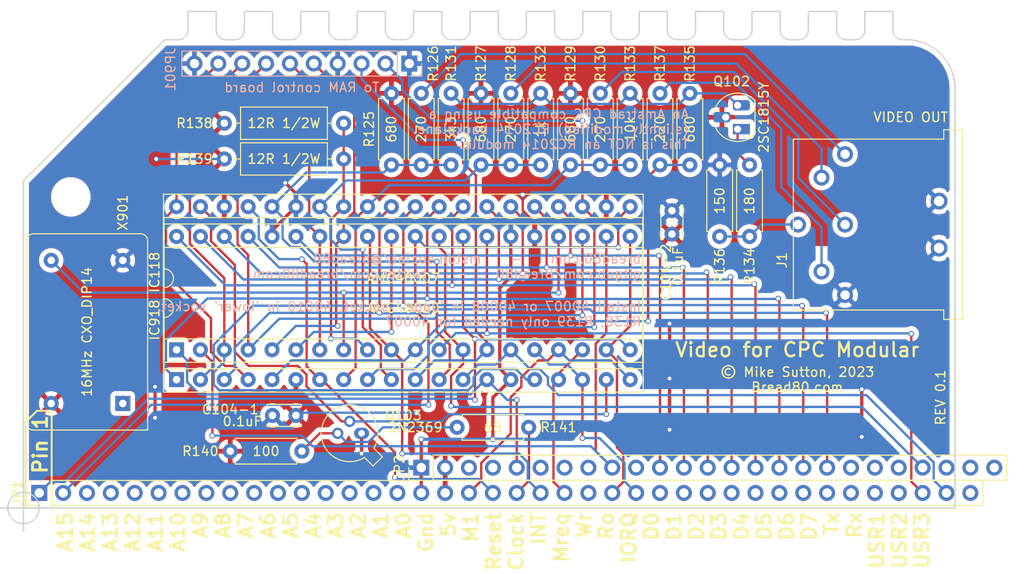
<source format=kicad_pcb>
(kicad_pcb (version 20171130) (host pcbnew "(5.1.12)-1")
  (layers (0 F.Cu signal) (31 B.Cu signal) (34 B.Paste user) (35 F.Paste user) (36 B.SilkS user) (37 F.SilkS user) (38 B.Mask user) (39 F.Mask user) (44 Edge.Cuts user))
  (net 0 "")
  (net 1 GND)
  (net 2 +5V)
  (net 3 RAMD7)
  (net 4 RAMD3)
  (net 5 RAMD6)
  (net 6 RAMD2)
  (net 7 RAMD5)
  (net 8 RAMD1)
  (net 9 RAMD4)
  (net 10 RAMD0)
  (net 11 /RAM_GA/READY)
  (net 12 /RAM_GA/MA0_CCLK)
  (net 13 A15)
  (net 14 /RAM_GA/GateArrays/PHI)
  (net 15 /RAM_GA/~RD)
  (net 16 /RAM_GA/~MREQ)
  (net 17 /RAM_GA/~RESET)
  (net 18 /RAM_GA/~M1)
  (net 19 /RAM_GA/GateArrays/R)
  (net 20 /RAM_GA/~IORQ)
  (net 21 /RAM_GA/GateArrays/G)
  (net 22 /RAM_GA/HSYNC)
  (net 23 "Net-(IC118-Pad33)")
  (net 24 /RAM_GA/GateArrays/B)
  (net 25 /RAM_GA/GateArrays/~SYNC)
  (net 26 /RAM_GA/~INT)
  (net 27 /RAM_GA/GateArrays/XTAL)
  (net 28 /RAM_GA/GateArrays/~CAS_ADDR)
  (net 29 /RAM_GA/~MWE)
  (net 30 /RAM_GA/DISPEN)
  (net 31 /RAM_GA/~CAS)
  (net 32 A14)
  (net 33 /RAM_GA/LUM)
  (net 34 /RAM_GA/~SYNC)
  (net 35 /RAM_GA/BLUE)
  (net 36 /RAM_GA/GREEN)
  (net 37 /RAM_GA/RED)
  (net 38 "Net-(JP1-Pad40)")
  (net 39 "Net-(JP1-Pad24)")
  (net 40 /RAM_GA/PHI)
  (net 41 A0)
  (net 42 A1)
  (net 43 A2)
  (net 44 A3)
  (net 45 A4)
  (net 46 A5)
  (net 47 A6)
  (net 48 A7)
  (net 49 A8)
  (net 50 A9)
  (net 51 A10)
  (net 52 A11)
  (net 53 A12)
  (net 54 A13)
  (net 55 "Net-(JP2-Pad24)")
  (net 56 "Net-(JP2-Pad10)")
  (net 57 "Net-(JP2-Pad8)")
  (net 58 "Net-(JP2-Pad7)")
  (net 59 "Net-(JP2-Pad6)")
  (net 60 "Net-(JP2-Pad4)")
  (net 61 "Net-(JP2-Pad3)")
  (net 62 "Net-(Q102-Pad1)")
  (net 63 "Net-(Q103-Pad3)")
  (net 64 "Net-(Q102-Pad3)")
  (net 65 /VSYNC)
  (net 66 /~RAMRD)
  (net 67 /~ROMEN)
  (net 68 /RAM_GA/~RAS)
  (net 69 /RAM_GA/~244EN)
  (net 70 /1MHz)
  (net 71 "Net-(JP1-Pad37)")
  (net 72 "Net-(JP1-Pad36)")
  (net 73 "Net-(JP1-Pad35)")
  (net 74 "Net-(JP1-Pad34)")
  (net 75 "Net-(JP1-Pad33)")
  (net 76 "Net-(JP1-Pad32)")
  (net 77 "Net-(JP1-Pad31)")
  (net 78 "Net-(JP1-Pad30)")
  (net 79 "Net-(JP1-Pad29)")
  (net 80 "Net-(JP1-Pad28)")
  (net 81 "Net-(JP1-Pad27)")
  (net 82 "Net-(JP2-Pad23)")
  (net 83 "Net-(JP2-Pad21)")
  (net 84 "Net-(JP2-Pad20)")
  (net 85 "Net-(JP2-Pad19)")
  (net 86 "Net-(X901-Pad1)")
  (module Video:6PinDIN240Degree (layer F.Cu) (at 241.3 123.19 270)
    (fp_text reference J1 (at 3.81 6.7 90) (layer F.SilkS))
    (fp_text value "VIDEO OUT" (at -11.43 -6.985 180) (layer F.SilkS))
    (pad SH thru_hole circle (at 2.5 -10 270) (size 1.8 1.8) (drill 1.1) (layers *.Cu *.Mask) (net 1 GND))
    (pad SH thru_hole circle (at -2.5 -10 270) (size 1.8 1.8) (drill 1.1) (layers *.Cu *.Mask) (net 1 GND))
    (pad 6 thru_hole circle (at 0 5 270) (size 1.7 1.7) (drill 1) (layers *.Cu *.Mask) (net 33 /RAM_GA/LUM))
    (pad 5 thru_hole circle (at 7.5 0 270) (size 1.7 1.7) (drill 1) (layers *.Cu *.Mask) (net 1 GND))
    (pad 4 thru_hole circle (at 5 2.5 270) (size 1.7 1.7) (drill 1) (layers *.Cu *.Mask) (net 34 /RAM_GA/~SYNC))
    (pad 3 thru_hole circle (at 0 0 270) (size 1.7 1.7) (drill 1) (layers *.Cu *.Mask) (net 35 /RAM_GA/BLUE))
    (pad 2 thru_hole circle (at -5 2.5 270) (size 1.7 1.7) (drill 1) (layers *.Cu *.Mask) (net 36 /RAM_GA/GREEN))
    (pad 1 thru_hole circle (at -7.5 0 270) (size 1.7 1.7) (drill 1) (layers *.Cu *.Mask) (net 37 /RAM_GA/RED))
  )
  (module Package_TO_SOT_THT:TO-92_HandSolder (layer F.Cu) (at 229.87 113.03 90)
    (fp_text reference Q102 (at 5.08 -0.635 180) (layer F.SilkS))
    (fp_text value 2SC1815Y (at 1.27 2.79 90) (layer F.SilkS))
    (pad 1 thru_hole rect (at 0 0 90) (size 1.1 1.8) (drill 0.75 (offset 0 0.4)) (layers *.Cu *.Mask) (net 62 "Net-(Q102-Pad1)"))
    (pad 3 thru_hole roundrect (at 2.54 0 90) (size 1.1 1.8) (drill 0.75 (offset 0 0.4)) (layers *.Cu *.Mask) (net 64 "Net-(Q102-Pad3)"))
    (pad 2 thru_hole roundrect (at 1.27 -1.27 90) (size 1.1 1.8) (drill 0.75 (offset 0 -0.4)) (layers *.Cu *.Mask) (net 2 +5V))
  )
  (module Connector_PinHeader_2.54mm:PinHeader_1x10_P2.54mm_Vertical (layer B.Cu) (at 194.945 106.045 90)
    (fp_text reference JP901 (at -0.635 -25.4 270) (layer B.SilkS) (effects (justify mirror)))
    (fp_text value Conn_01x10_Male)
    (pad 10 thru_hole oval (at 0 -22.86 90) (size 1.7 1.7) (drill 1) (layers *.Cu *.Mask) (net 1 GND))
    (pad 9 thru_hole oval (at 0 -20.32 90) (size 1.7 1.7) (drill 1) (layers *.Cu *.Mask) (net 12 /RAM_GA/MA0_CCLK))
    (pad 8 thru_hole oval (at 0 -17.78 90) (size 1.7 1.7) (drill 1) (layers *.Cu *.Mask) (net 31 /RAM_GA/~CAS))
    (pad 7 thru_hole oval (at 0 -15.24 90) (size 1.7 1.7) (drill 1) (layers *.Cu *.Mask) (net 69 /RAM_GA/~244EN))
    (pad 6 thru_hole oval (at 0 -12.7 90) (size 1.7 1.7) (drill 1) (layers *.Cu *.Mask) (net 68 /RAM_GA/~RAS))
    (pad 5 thru_hole oval (at 0 -10.16 90) (size 1.7 1.7) (drill 1) (layers *.Cu *.Mask) (net 29 /RAM_GA/~MWE))
    (pad 4 thru_hole oval (at 0 -7.62 90) (size 1.7 1.7) (drill 1) (layers *.Cu *.Mask) (net 1 GND))
    (pad 3 thru_hole oval (at 0 -5.08 90) (size 1.7 1.7) (drill 1) (layers *.Cu *.Mask) (net 22 /RAM_GA/HSYNC))
    (pad 2 thru_hole oval (at 0 -2.54 90) (size 1.7 1.7) (drill 1) (layers *.Cu *.Mask) (net 30 /RAM_GA/DISPEN))
    (pad 1 thru_hole rect (at 0 0 90) (size 1.7 1.7) (drill 1) (layers *.Cu *.Mask) (net 1 GND))
  )
  (module Package_TO_SOT_THT:TO-18-3 (layer F.Cu) (at 189.865 145.415 180)
    (fp_text reference Q103 (at -4.445 1.905) (layer F.SilkS))
    (fp_text value 2N2369 (at -5.715 0.635) (layer F.SilkS))
    (pad 3 thru_hole oval (at 2.54 0 180) (size 1.2 1.2) (drill 0.7) (layers *.Cu *.Mask) (net 63 "Net-(Q103-Pad3)"))
    (pad 2 thru_hole oval (at 1.27 1.27 180) (size 1.2 1.2) (drill 0.7) (layers *.Cu *.Mask) (net 14 /RAM_GA/GateArrays/PHI))
    (pad 1 thru_hole oval (at 0 0 180) (size 1.6 1.2) (drill 0.7) (layers *.Cu *.Mask) (net 1 GND))
  )
  (module Resistor_THT:R_Axial_DIN0309_L9.0mm_D3.2mm_P12.70mm_Horizontal (layer F.Cu) (at 175.26 116.205)
    (fp_text reference R139 (at -3.175 0) (layer F.SilkS))
    (fp_text value "12R 1/2W" (at 6.35 0) (layer F.SilkS))
    (pad 2 thru_hole oval (at 12.7 0) (size 1.6 1.6) (drill 0.8) (layers *.Cu *.Mask) (net 23 "Net-(IC118-Pad33)"))
    (pad 1 thru_hole circle (at 0 0) (size 1.6 1.6) (drill 0.8) (layers *.Cu *.Mask) (net 2 +5V))
  )
  (module Resistor_THT:R_Axial_DIN0309_L9.0mm_D3.2mm_P12.70mm_Horizontal (layer F.Cu) (at 175.26 112.395)
    (fp_text reference R138 (at -3.175 0) (layer F.SilkS))
    (fp_text value "12R 1/2W" (at 6.35 0) (layer F.SilkS))
    (pad 2 thru_hole oval (at 12.7 0) (size 1.6 1.6) (drill 0.8) (layers *.Cu *.Mask) (net 23 "Net-(IC118-Pad33)"))
    (pad 1 thru_hole circle (at 0 0) (size 1.6 1.6) (drill 0.8) (layers *.Cu *.Mask) (net 2 +5V))
  )
  (module Resistor_THT:R_Axial_DIN0207_L6.3mm_D2.5mm_P7.62mm_Horizontal (layer F.Cu) (at 200.025 144.78)
    (fp_text reference R141 (at 10.795 0) (layer F.SilkS))
    (fp_text value 68 (at 3.81 0) (layer F.SilkS))
    (pad 2 thru_hole oval (at 7.62 0) (size 1.6 1.6) (drill 0.8) (layers *.Cu *.Mask) (net 40 /RAM_GA/PHI))
    (pad 1 thru_hole circle (at 0 0) (size 1.6 1.6) (drill 0.8) (layers *.Cu *.Mask) (net 63 "Net-(Q103-Pad3)"))
  )
  (module Resistor_THT:R_Axial_DIN0207_L6.3mm_D2.5mm_P7.62mm_Horizontal (layer F.Cu) (at 183.515 147.32 180)
    (fp_text reference R140 (at 10.795 0) (layer F.SilkS))
    (fp_text value 100 (at 3.81 0) (layer F.SilkS))
    (pad 2 thru_hole oval (at 7.62 0 180) (size 1.6 1.6) (drill 0.8) (layers *.Cu *.Mask) (net 2 +5V))
    (pad 1 thru_hole circle (at 0 0 180) (size 1.6 1.6) (drill 0.8) (layers *.Cu *.Mask) (net 63 "Net-(Q103-Pad3)"))
  )
  (module Resistor_THT:R_Axial_DIN0207_L6.3mm_D2.5mm_P7.62mm_Horizontal (layer F.Cu) (at 221.615 116.84 90)
    (fp_text reference R137 (at 10.795 0 90) (layer F.SilkS))
    (fp_text value 220 (at 3.81 0 90) (layer F.SilkS))
    (pad 2 thru_hole oval (at 7.62 0 90) (size 1.6 1.6) (drill 0.8) (layers *.Cu *.Mask) (net 34 /RAM_GA/~SYNC))
    (pad 1 thru_hole circle (at 0 0 90) (size 1.6 1.6) (drill 0.8) (layers *.Cu *.Mask) (net 25 /RAM_GA/GateArrays/~SYNC))
  )
  (module Resistor_THT:R_Axial_DIN0207_L6.3mm_D2.5mm_P7.62mm_Horizontal (layer F.Cu) (at 227.965 124.46 90)
    (fp_text reference R136 (at -3.175 0 90) (layer F.SilkS))
    (fp_text value 150 (at 3.81 0 90) (layer F.SilkS))
    (pad 2 thru_hole oval (at 7.62 0 90) (size 1.6 1.6) (drill 0.8) (layers *.Cu *.Mask) (net 1 GND))
    (pad 1 thru_hole circle (at 0 0 90) (size 1.6 1.6) (drill 0.8) (layers *.Cu *.Mask) (net 33 /RAM_GA/LUM))
  )
  (module Resistor_THT:R_Axial_DIN0207_L6.3mm_D2.5mm_P7.62mm_Horizontal (layer F.Cu) (at 224.79 116.84 90)
    (fp_text reference R135 (at 10.795 0 90) (layer F.SilkS))
    (fp_text value 680 (at 3.81 0 90) (layer F.SilkS))
    (pad 2 thru_hole oval (at 7.62 0 90) (size 1.6 1.6) (drill 0.8) (layers *.Cu *.Mask) (net 64 "Net-(Q102-Pad3)"))
    (pad 1 thru_hole circle (at 0 0 90) (size 1.6 1.6) (drill 0.8) (layers *.Cu *.Mask) (net 25 /RAM_GA/GateArrays/~SYNC))
  )
  (module Resistor_THT:R_Axial_DIN0207_L6.3mm_D2.5mm_P7.62mm_Horizontal (layer F.Cu) (at 231.14 116.84 270)
    (fp_text reference R134 (at 10.795 0 90) (layer F.SilkS))
    (fp_text value 180 (at 3.81 0 90) (layer F.SilkS))
    (pad 2 thru_hole oval (at 7.62 0 270) (size 1.6 1.6) (drill 0.8) (layers *.Cu *.Mask) (net 33 /RAM_GA/LUM))
    (pad 1 thru_hole circle (at 0 0 270) (size 1.6 1.6) (drill 0.8) (layers *.Cu *.Mask) (net 62 "Net-(Q102-Pad1)"))
  )
  (module Resistor_THT:R_Axial_DIN0207_L6.3mm_D2.5mm_P7.62mm_Horizontal (layer F.Cu) (at 218.44 109.22 270)
    (fp_text reference R133 (at -3.175 0 90) (layer F.SilkS))
    (fp_text value 10k (at 3.81 0 270) (layer F.SilkS))
    (pad 2 thru_hole oval (at 7.62 0 270) (size 1.6 1.6) (drill 0.8) (layers *.Cu *.Mask) (net 24 /RAM_GA/GateArrays/B))
    (pad 1 thru_hole circle (at 0 0 270) (size 1.6 1.6) (drill 0.8) (layers *.Cu *.Mask) (net 64 "Net-(Q102-Pad3)"))
  )
  (module Resistor_THT:R_Axial_DIN0207_L6.3mm_D2.5mm_P7.62mm_Horizontal (layer F.Cu) (at 208.915 109.22 270)
    (fp_text reference R132 (at -3.175 0 90) (layer F.SilkS))
    (fp_text value 1k (at 3.81 0 90) (layer F.SilkS))
    (pad 2 thru_hole oval (at 7.62 0 270) (size 1.6 1.6) (drill 0.8) (layers *.Cu *.Mask) (net 21 /RAM_GA/GateArrays/G))
    (pad 1 thru_hole circle (at 0 0 270) (size 1.6 1.6) (drill 0.8) (layers *.Cu *.Mask) (net 64 "Net-(Q102-Pad3)"))
  )
  (module Resistor_THT:R_Axial_DIN0207_L6.3mm_D2.5mm_P7.62mm_Horizontal (layer F.Cu) (at 199.39 109.22 270)
    (fp_text reference R131 (at -3.175 0 90) (layer F.SilkS))
    (fp_text value 3k3 (at 3.81 0 90) (layer F.SilkS))
    (pad 2 thru_hole oval (at 7.62 0 270) (size 1.6 1.6) (drill 0.8) (layers *.Cu *.Mask) (net 19 /RAM_GA/GateArrays/R))
    (pad 1 thru_hole circle (at 0 0 270) (size 1.6 1.6) (drill 0.8) (layers *.Cu *.Mask) (net 64 "Net-(Q102-Pad3)"))
  )
  (module Resistor_THT:R_Axial_DIN0207_L6.3mm_D2.5mm_P7.62mm_Horizontal (layer F.Cu) (at 215.265 116.84 90)
    (fp_text reference R130 (at 10.795 0 90) (layer F.SilkS))
    (fp_text value 270 (at 3.81 0 90) (layer F.SilkS))
    (pad 2 thru_hole oval (at 7.62 0 90) (size 1.6 1.6) (drill 0.8) (layers *.Cu *.Mask) (net 35 /RAM_GA/BLUE))
    (pad 1 thru_hole circle (at 0 0 90) (size 1.6 1.6) (drill 0.8) (layers *.Cu *.Mask) (net 24 /RAM_GA/GateArrays/B))
  )
  (module Resistor_THT:R_Axial_DIN0207_L6.3mm_D2.5mm_P7.62mm_Horizontal (layer F.Cu) (at 212.09 116.84 90)
    (fp_text reference R129 (at 10.795 0 90) (layer F.SilkS))
    (fp_text value 680 (at 3.81 0 90) (layer F.SilkS))
    (pad 2 thru_hole oval (at 7.62 0 90) (size 1.6 1.6) (drill 0.8) (layers *.Cu *.Mask) (net 2 +5V))
    (pad 1 thru_hole circle (at 0 0 90) (size 1.6 1.6) (drill 0.8) (layers *.Cu *.Mask) (net 24 /RAM_GA/GateArrays/B))
  )
  (module Resistor_THT:R_Axial_DIN0207_L6.3mm_D2.5mm_P7.62mm_Horizontal (layer F.Cu) (at 205.74 116.84 90)
    (fp_text reference R128 (at 10.795 0 90) (layer F.SilkS))
    (fp_text value 270 (at 3.81 0 90) (layer F.SilkS))
    (pad 2 thru_hole oval (at 7.62 0 90) (size 1.6 1.6) (drill 0.8) (layers *.Cu *.Mask) (net 36 /RAM_GA/GREEN))
    (pad 1 thru_hole circle (at 0 0 90) (size 1.6 1.6) (drill 0.8) (layers *.Cu *.Mask) (net 21 /RAM_GA/GateArrays/G))
  )
  (module Resistor_THT:R_Axial_DIN0207_L6.3mm_D2.5mm_P7.62mm_Horizontal (layer F.Cu) (at 202.565 116.84 90)
    (fp_text reference R127 (at 10.795 0 90) (layer F.SilkS))
    (fp_text value 680 (at 3.81 0 90) (layer F.SilkS))
    (pad 2 thru_hole oval (at 7.62 0 90) (size 1.6 1.6) (drill 0.8) (layers *.Cu *.Mask) (net 2 +5V))
    (pad 1 thru_hole circle (at 0 0 90) (size 1.6 1.6) (drill 0.8) (layers *.Cu *.Mask) (net 21 /RAM_GA/GateArrays/G))
  )
  (module Resistor_THT:R_Axial_DIN0207_L6.3mm_D2.5mm_P7.62mm_Horizontal (layer F.Cu) (at 196.215 116.84 90)
    (fp_text reference R126 (at 10.795 1.27 90) (layer F.SilkS))
    (fp_text value 270 (at 3.81 0 90) (layer F.SilkS))
    (pad 2 thru_hole oval (at 7.62 0 90) (size 1.6 1.6) (drill 0.8) (layers *.Cu *.Mask) (net 37 /RAM_GA/RED))
    (pad 1 thru_hole circle (at 0 0 90) (size 1.6 1.6) (drill 0.8) (layers *.Cu *.Mask) (net 19 /RAM_GA/GateArrays/R))
  )
  (module Resistor_THT:R_Axial_DIN0207_L6.3mm_D2.5mm_P7.62mm_Horizontal (layer F.Cu) (at 193.04 116.84 90)
    (fp_text reference R125 (at 3.81 -2.37 90) (layer F.SilkS))
    (fp_text value 680 (at 3.81 0 90) (layer F.SilkS))
    (pad 2 thru_hole oval (at 7.62 0 90) (size 1.6 1.6) (drill 0.8) (layers *.Cu *.Mask) (net 2 +5V))
    (pad 1 thru_hole circle (at 0 0 90) (size 1.6 1.6) (drill 0.8) (layers *.Cu *.Mask) (net 19 /RAM_GA/GateArrays/R))
  )
  (module Oscillator:Oscillator_DIP-14 (layer F.Cu) (at 164.465 142.24 90)
    (fp_text reference X901 (at 20.32 0 90) (layer F.SilkS))
    (fp_text value "16MHz CXO_DIP14" (at 7.62 -3.81 90) (layer F.SilkS))
    (pad 7 thru_hole circle (at 15.24 0 90) (size 1.6 1.6) (drill 0.8) (layers *.Cu *.Mask) (net 1 GND))
    (pad 8 thru_hole circle (at 15.24 -7.62 90) (size 1.6 1.6) (drill 0.8) (layers *.Cu *.Mask) (net 27 /RAM_GA/GateArrays/XTAL))
    (pad 14 thru_hole circle (at 0 -7.62 90) (size 1.6 1.6) (drill 0.8) (layers *.Cu *.Mask) (net 2 +5V))
    (pad 1 thru_hole rect (at 0 0 90) (size 1.6 1.6) (drill 0.8) (layers *.Cu *.Mask) (net 86 "Net-(X901-Pad1)"))
  )
  (module Connector_PinHeader_2.54mm:PinHeader_1x25_P2.54mm_Vertical (layer F.Cu) (at 196.215 149.0726 90)
    (fp_text reference JP2 (at 0 -2.33 90) (layer F.SilkS))
    (fp_text value RC2014ExtendedBus)
    (pad 25 thru_hole oval (at 0 60.96 90) (size 1.7 1.7) (drill 1) (layers *.Cu *.Mask))
    (pad 24 thru_hole oval (at 0 58.42 90) (size 1.7 1.7) (drill 1) (layers *.Cu *.Mask) (net 55 "Net-(JP2-Pad24)"))
    (pad 23 thru_hole oval (at 0 55.88 90) (size 1.7 1.7) (drill 1) (layers *.Cu *.Mask) (net 82 "Net-(JP2-Pad23)"))
    (pad 22 thru_hole oval (at 0 53.34 90) (size 1.7 1.7) (drill 1) (layers *.Cu *.Mask) (net 66 /~RAMRD))
    (pad 21 thru_hole oval (at 0 50.8 90) (size 1.7 1.7) (drill 1) (layers *.Cu *.Mask) (net 83 "Net-(JP2-Pad21)"))
    (pad 20 thru_hole oval (at 0 48.26 90) (size 1.7 1.7) (drill 1) (layers *.Cu *.Mask) (net 84 "Net-(JP2-Pad20)"))
    (pad 19 thru_hole oval (at 0 45.72 90) (size 1.7 1.7) (drill 1) (layers *.Cu *.Mask) (net 85 "Net-(JP2-Pad19)"))
    (pad 18 thru_hole oval (at 0 43.18 90) (size 1.7 1.7) (drill 1) (layers *.Cu *.Mask) (net 3 RAMD7))
    (pad 17 thru_hole oval (at 0 40.64 90) (size 1.7 1.7) (drill 1) (layers *.Cu *.Mask) (net 5 RAMD6))
    (pad 16 thru_hole oval (at 0 38.1 90) (size 1.7 1.7) (drill 1) (layers *.Cu *.Mask) (net 7 RAMD5))
    (pad 15 thru_hole oval (at 0 35.56 90) (size 1.7 1.7) (drill 1) (layers *.Cu *.Mask) (net 9 RAMD4))
    (pad 14 thru_hole oval (at 0 33.02 90) (size 1.7 1.7) (drill 1) (layers *.Cu *.Mask) (net 4 RAMD3))
    (pad 13 thru_hole oval (at 0 30.48 90) (size 1.7 1.7) (drill 1) (layers *.Cu *.Mask) (net 6 RAMD2))
    (pad 12 thru_hole oval (at 0 27.94 90) (size 1.7 1.7) (drill 1) (layers *.Cu *.Mask) (net 8 RAMD1))
    (pad 11 thru_hole oval (at 0 25.4 90) (size 1.7 1.7) (drill 1) (layers *.Cu *.Mask) (net 10 RAMD0))
    (pad 10 thru_hole oval (at 0 22.86 90) (size 1.7 1.7) (drill 1) (layers *.Cu *.Mask) (net 56 "Net-(JP2-Pad10)"))
    (pad 9 thru_hole oval (at 0 20.32 90) (size 1.7 1.7) (drill 1) (layers *.Cu *.Mask) (net 11 /RAM_GA/READY))
    (pad 8 thru_hole oval (at 0 17.78 90) (size 1.7 1.7) (drill 1) (layers *.Cu *.Mask) (net 57 "Net-(JP2-Pad8)"))
    (pad 7 thru_hole oval (at 0 15.24 90) (size 1.7 1.7) (drill 1) (layers *.Cu *.Mask) (net 58 "Net-(JP2-Pad7)"))
    (pad 6 thru_hole oval (at 0 12.7 90) (size 1.7 1.7) (drill 1) (layers *.Cu *.Mask) (net 59 "Net-(JP2-Pad6)"))
    (pad 5 thru_hole oval (at 0 10.16 90) (size 1.7 1.7) (drill 1) (layers *.Cu *.Mask) (net 70 /1MHz))
    (pad 4 thru_hole oval (at 0 7.62 90) (size 1.7 1.7) (drill 1) (layers *.Cu *.Mask) (net 60 "Net-(JP2-Pad4)"))
    (pad 3 thru_hole oval (at 0 5.08 90) (size 1.7 1.7) (drill 1) (layers *.Cu *.Mask) (net 61 "Net-(JP2-Pad3)"))
    (pad 2 thru_hole oval (at 0 2.54 90) (size 1.7 1.7) (drill 1) (layers *.Cu *.Mask) (net 2 +5V))
    (pad 1 thru_hole rect (at 0 0 90) (size 1.7 1.7) (drill 1) (layers *.Cu *.Mask) (net 1 GND))
  )
  (module Connector_PinHeader_2.54mm:PinHeader_1x40_P2.54mm_Vertical (layer F.Cu) (at 155.575 151.765 90)
    (fp_text reference JP1 (at 0 -2.33 90) (layer F.SilkS))
    (fp_text value RC2014Bus)
    (pad 40 thru_hole oval (at 0 99.06 90) (size 1.7 1.7) (drill 1) (layers *.Cu *.Mask) (net 38 "Net-(JP1-Pad40)"))
    (pad 39 thru_hole oval (at 0 96.52 90) (size 1.7 1.7) (drill 1) (layers *.Cu *.Mask) (net 65 /VSYNC))
    (pad 38 thru_hole oval (at 0 93.98 90) (size 1.7 1.7) (drill 1) (layers *.Cu *.Mask) (net 67 /~ROMEN))
    (pad 37 thru_hole oval (at 0 91.44 90) (size 1.7 1.7) (drill 1) (layers *.Cu *.Mask) (net 71 "Net-(JP1-Pad37)"))
    (pad 36 thru_hole oval (at 0 88.9 90) (size 1.7 1.7) (drill 1) (layers *.Cu *.Mask) (net 72 "Net-(JP1-Pad36)"))
    (pad 35 thru_hole oval (at 0 86.36 90) (size 1.7 1.7) (drill 1) (layers *.Cu *.Mask) (net 73 "Net-(JP1-Pad35)"))
    (pad 34 thru_hole oval (at 0 83.82 90) (size 1.7 1.7) (drill 1) (layers *.Cu *.Mask) (net 74 "Net-(JP1-Pad34)"))
    (pad 33 thru_hole oval (at 0 81.28 90) (size 1.7 1.7) (drill 1) (layers *.Cu *.Mask) (net 75 "Net-(JP1-Pad33)"))
    (pad 32 thru_hole oval (at 0 78.74 90) (size 1.7 1.7) (drill 1) (layers *.Cu *.Mask) (net 76 "Net-(JP1-Pad32)"))
    (pad 31 thru_hole oval (at 0 76.2 90) (size 1.7 1.7) (drill 1) (layers *.Cu *.Mask) (net 77 "Net-(JP1-Pad31)"))
    (pad 30 thru_hole oval (at 0 73.66 90) (size 1.7 1.7) (drill 1) (layers *.Cu *.Mask) (net 78 "Net-(JP1-Pad30)"))
    (pad 29 thru_hole oval (at 0 71.12 90) (size 1.7 1.7) (drill 1) (layers *.Cu *.Mask) (net 79 "Net-(JP1-Pad29)"))
    (pad 28 thru_hole oval (at 0 68.58 90) (size 1.7 1.7) (drill 1) (layers *.Cu *.Mask) (net 80 "Net-(JP1-Pad28)"))
    (pad 27 thru_hole oval (at 0 66.04 90) (size 1.7 1.7) (drill 1) (layers *.Cu *.Mask) (net 81 "Net-(JP1-Pad27)"))
    (pad 26 thru_hole oval (at 0 63.5 90) (size 1.7 1.7) (drill 1) (layers *.Cu *.Mask) (net 20 /RAM_GA/~IORQ))
    (pad 25 thru_hole oval (at 0 60.96 90) (size 1.7 1.7) (drill 1) (layers *.Cu *.Mask) (net 15 /RAM_GA/~RD))
    (pad 24 thru_hole oval (at 0 58.42 90) (size 1.7 1.7) (drill 1) (layers *.Cu *.Mask) (net 39 "Net-(JP1-Pad24)"))
    (pad 23 thru_hole oval (at 0 55.88 90) (size 1.7 1.7) (drill 1) (layers *.Cu *.Mask) (net 16 /RAM_GA/~MREQ))
    (pad 22 thru_hole oval (at 0 53.34 90) (size 1.7 1.7) (drill 1) (layers *.Cu *.Mask) (net 26 /RAM_GA/~INT))
    (pad 21 thru_hole oval (at 0 50.8 90) (size 1.7 1.7) (drill 1) (layers *.Cu *.Mask) (net 40 /RAM_GA/PHI))
    (pad 20 thru_hole oval (at 0 48.26 90) (size 1.7 1.7) (drill 1) (layers *.Cu *.Mask) (net 17 /RAM_GA/~RESET))
    (pad 19 thru_hole oval (at 0 45.72 90) (size 1.7 1.7) (drill 1) (layers *.Cu *.Mask) (net 18 /RAM_GA/~M1))
    (pad 18 thru_hole oval (at 0 43.18 90) (size 1.7 1.7) (drill 1) (layers *.Cu *.Mask) (net 2 +5V))
    (pad 17 thru_hole oval (at 0 40.64 90) (size 1.7 1.7) (drill 1) (layers *.Cu *.Mask) (net 1 GND))
    (pad 16 thru_hole oval (at 0 38.1 90) (size 1.7 1.7) (drill 1) (layers *.Cu *.Mask) (net 41 A0))
    (pad 15 thru_hole oval (at 0 35.56 90) (size 1.7 1.7) (drill 1) (layers *.Cu *.Mask) (net 42 A1))
    (pad 14 thru_hole oval (at 0 33.02 90) (size 1.7 1.7) (drill 1) (layers *.Cu *.Mask) (net 43 A2))
    (pad 13 thru_hole oval (at 0 30.48 90) (size 1.7 1.7) (drill 1) (layers *.Cu *.Mask) (net 44 A3))
    (pad 12 thru_hole oval (at 0 27.94 90) (size 1.7 1.7) (drill 1) (layers *.Cu *.Mask) (net 45 A4))
    (pad 11 thru_hole oval (at 0 25.4 90) (size 1.7 1.7) (drill 1) (layers *.Cu *.Mask) (net 46 A5))
    (pad 10 thru_hole oval (at 0 22.86 90) (size 1.7 1.7) (drill 1) (layers *.Cu *.Mask) (net 47 A6))
    (pad 9 thru_hole oval (at 0 20.32 90) (size 1.7 1.7) (drill 1) (layers *.Cu *.Mask) (net 48 A7))
    (pad 8 thru_hole oval (at 0 17.78 90) (size 1.7 1.7) (drill 1) (layers *.Cu *.Mask) (net 49 A8))
    (pad 7 thru_hole oval (at 0 15.24 90) (size 1.7 1.7) (drill 1) (layers *.Cu *.Mask) (net 50 A9))
    (pad 6 thru_hole oval (at 0 12.7 90) (size 1.7 1.7) (drill 1) (layers *.Cu *.Mask) (net 51 A10))
    (pad 5 thru_hole oval (at 0 10.16 90) (size 1.7 1.7) (drill 1) (layers *.Cu *.Mask) (net 52 A11))
    (pad 4 thru_hole oval (at 0 7.62 90) (size 1.7 1.7) (drill 1) (layers *.Cu *.Mask) (net 53 A12))
    (pad 3 thru_hole oval (at 0 5.08 90) (size 1.7 1.7) (drill 1) (layers *.Cu *.Mask) (net 54 A13))
    (pad 2 thru_hole oval (at 0 2.54 90) (size 1.7 1.7) (drill 1) (layers *.Cu *.Mask) (net 32 A14))
    (pad 1 thru_hole rect (at 0 0 90) (size 1.7 1.7) (drill 1) (layers *.Cu *.Mask) (net 13 A15))
  )
  (module Package_DIP:DIP-40_W15.24mm_Socket (layer F.Cu) (at 170.18 139.7 90)
    (fp_text reference IC918 (at 6.35 -2.33 90) (layer F.SilkS))
    (fp_text value AMG40010 (at 7.62 24.13 180) (layer F.SilkS))
    (pad 40 thru_hole oval (at 15.24 0 90) (size 1.6 1.6) (drill 0.8) (layers *.Cu *.Mask) (net 9 RAMD4))
    (pad 20 thru_hole oval (at 0 48.26 90) (size 1.6 1.6) (drill 0.8) (layers *.Cu *.Mask) (net 18 /RAM_GA/~M1))
    (pad 39 thru_hole oval (at 15.24 2.54 90) (size 1.6 1.6) (drill 0.8) (layers *.Cu *.Mask) (net 4 RAMD3))
    (pad 19 thru_hole oval (at 0 45.72 90) (size 1.6 1.6) (drill 0.8) (layers *.Cu *.Mask) (net 14 /RAM_GA/GateArrays/PHI))
    (pad 38 thru_hole oval (at 15.24 5.08 90) (size 1.6 1.6) (drill 0.8) (layers *.Cu *.Mask) (net 6 RAMD2))
    (pad 18 thru_hole oval (at 0 43.18 90) (size 1.6 1.6) (drill 0.8) (layers *.Cu *.Mask) (net 20 /RAM_GA/~IORQ))
    (pad 37 thru_hole oval (at 15.24 7.62 90) (size 1.6 1.6) (drill 0.8) (layers *.Cu *.Mask) (net 8 RAMD1))
    (pad 17 thru_hole oval (at 0 40.64 90) (size 1.6 1.6) (drill 0.8) (layers *.Cu *.Mask) (net 16 /RAM_GA/~MREQ))
    (pad 36 thru_hole oval (at 15.24 10.16 90) (size 1.6 1.6) (drill 0.8) (layers *.Cu *.Mask) (net 1 GND))
    (pad 16 thru_hole oval (at 0 38.1 90) (size 1.6 1.6) (drill 0.8) (layers *.Cu *.Mask) (net 31 /RAM_GA/~CAS))
    (pad 35 thru_hole oval (at 15.24 12.7 90) (size 1.6 1.6) (drill 0.8) (layers *.Cu *.Mask) (net 10 RAMD0))
    (pad 15 thru_hole oval (at 0 35.56 90) (size 1.6 1.6) (drill 0.8) (layers *.Cu *.Mask) (net 1 GND))
    (pad 34 thru_hole oval (at 15.24 15.24 90) (size 1.6 1.6) (drill 0.8) (layers *.Cu *.Mask) (net 68 /RAM_GA/~RAS))
    (pad 14 thru_hole oval (at 0 33.02 90) (size 1.6 1.6) (drill 0.8) (layers *.Cu *.Mask) (net 70 /1MHz))
    (pad 33 thru_hole oval (at 15.24 17.78 90) (size 1.6 1.6) (drill 0.8) (layers *.Cu *.Mask) (net 29 /RAM_GA/~MWE))
    (pad 13 thru_hole oval (at 0 30.48 90) (size 1.6 1.6) (drill 0.8) (layers *.Cu *.Mask) (net 65 /VSYNC))
    (pad 32 thru_hole oval (at 15.24 20.32 90) (size 1.6 1.6) (drill 0.8) (layers *.Cu *.Mask) (net 26 /RAM_GA/~INT))
    (pad 12 thru_hole oval (at 0 27.94 90) (size 1.6 1.6) (drill 0.8) (layers *.Cu *.Mask) (net 19 /RAM_GA/GateArrays/R))
    (pad 31 thru_hole oval (at 15.24 22.86 90) (size 1.6 1.6) (drill 0.8) (layers *.Cu *.Mask) (net 28 /RAM_GA/GateArrays/~CAS_ADDR))
    (pad 11 thru_hole oval (at 0 25.4 90) (size 1.6 1.6) (drill 0.8) (layers *.Cu *.Mask) (net 22 /RAM_GA/HSYNC))
    (pad 30 thru_hole oval (at 15.24 25.4 90) (size 1.6 1.6) (drill 0.8) (layers *.Cu *.Mask) (net 32 A14))
    (pad 10 thru_hole oval (at 0 22.86 90) (size 1.6 1.6) (drill 0.8) (layers *.Cu *.Mask) (net 21 /RAM_GA/GateArrays/G))
    (pad 29 thru_hole oval (at 15.24 27.94 90) (size 1.6 1.6) (drill 0.8) (layers *.Cu *.Mask) (net 66 /~RAMRD))
    (pad 9 thru_hole oval (at 0 20.32 90) (size 1.6 1.6) (drill 0.8) (layers *.Cu *.Mask) (net 30 /RAM_GA/DISPEN))
    (pad 28 thru_hole oval (at 15.24 30.48 90) (size 1.6 1.6) (drill 0.8) (layers *.Cu *.Mask) (net 13 A15))
    (pad 8 thru_hole oval (at 0 17.78 90) (size 1.6 1.6) (drill 0.8) (layers *.Cu *.Mask) (net 24 /RAM_GA/GateArrays/B))
    (pad 27 thru_hole oval (at 15.24 33.02 90) (size 1.6 1.6) (drill 0.8) (layers *.Cu *.Mask) (net 67 /~ROMEN))
    (pad 7 thru_hole oval (at 0 15.24 90) (size 1.6 1.6) (drill 0.8) (layers *.Cu *.Mask) (net 17 /RAM_GA/~RESET))
    (pad 26 thru_hole oval (at 15.24 35.56 90) (size 1.6 1.6) (drill 0.8) (layers *.Cu *.Mask) (net 1 GND))
    (pad 6 thru_hole oval (at 0 12.7 90) (size 1.6 1.6) (drill 0.8) (layers *.Cu *.Mask) (net 2 +5V))
    (pad 25 thru_hole oval (at 15.24 38.1 90) (size 1.6 1.6) (drill 0.8) (layers *.Cu *.Mask) (net 2 +5V))
    (pad 5 thru_hole oval (at 0 10.16 90) (size 1.6 1.6) (drill 0.8) (layers *.Cu *.Mask) (net 25 /RAM_GA/GateArrays/~SYNC))
    (pad 24 thru_hole oval (at 15.24 40.64 90) (size 1.6 1.6) (drill 0.8) (layers *.Cu *.Mask) (net 27 /RAM_GA/GateArrays/XTAL))
    (pad 4 thru_hole oval (at 0 7.62 90) (size 1.6 1.6) (drill 0.8) (layers *.Cu *.Mask) (net 12 /RAM_GA/MA0_CCLK))
    (pad 23 thru_hole oval (at 15.24 43.18 90) (size 1.6 1.6) (drill 0.8) (layers *.Cu *.Mask) (net 69 /RAM_GA/~244EN))
    (pad 3 thru_hole oval (at 0 5.08 90) (size 1.6 1.6) (drill 0.8) (layers *.Cu *.Mask) (net 3 RAMD7))
    (pad 22 thru_hole oval (at 15.24 45.72 90) (size 1.6 1.6) (drill 0.8) (layers *.Cu *.Mask) (net 11 /RAM_GA/READY))
    (pad 2 thru_hole oval (at 0 2.54 90) (size 1.6 1.6) (drill 0.8) (layers *.Cu *.Mask) (net 5 RAMD6))
    (pad 21 thru_hole oval (at 15.24 48.26 90) (size 1.6 1.6) (drill 0.8) (layers *.Cu *.Mask) (net 15 /RAM_GA/~RD))
    (pad 1 thru_hole rect (at 0 0 90) (size 1.6 1.6) (drill 0.8) (layers *.Cu *.Mask) (net 7 RAMD5))
  )
  (module Package_DIP:DIP-40_W15.24mm_Socket (layer F.Cu) (at 170.18 136.525 90)
    (fp_text reference IC118 (at 8.255 -2.33 90) (layer F.SilkS))
    (fp_text value AMG40007 (at 7.62 24.13 180) (layer F.SilkS))
    (pad 40 thru_hole oval (at 15.24 0 90) (size 1.6 1.6) (drill 0.8) (layers *.Cu *.Mask) (net 12 /RAM_GA/MA0_CCLK))
    (pad 20 thru_hole oval (at 0 48.26 90) (size 1.6 1.6) (drill 0.8) (layers *.Cu *.Mask) (net 13 A15))
    (pad 39 thru_hole oval (at 15.24 2.54 90) (size 1.6 1.6) (drill 0.8) (layers *.Cu *.Mask) (net 14 /RAM_GA/GateArrays/PHI))
    (pad 19 thru_hole oval (at 0 45.72 90) (size 1.6 1.6) (drill 0.8) (layers *.Cu *.Mask) (net 15 /RAM_GA/~RD))
    (pad 38 thru_hole oval (at 15.24 5.08 90) (size 1.6 1.6) (drill 0.8) (layers *.Cu *.Mask) (net 2 +5V))
    (pad 18 thru_hole oval (at 0 43.18 90) (size 1.6 1.6) (drill 0.8) (layers *.Cu *.Mask) (net 16 /RAM_GA/~MREQ))
    (pad 37 thru_hole oval (at 15.24 7.62 90) (size 1.6 1.6) (drill 0.8) (layers *.Cu *.Mask) (net 17 /RAM_GA/~RESET))
    (pad 17 thru_hole oval (at 0 40.64 90) (size 1.6 1.6) (drill 0.8) (layers *.Cu *.Mask) (net 18 /RAM_GA/~M1))
    (pad 36 thru_hole oval (at 15.24 10.16 90) (size 1.6 1.6) (drill 0.8) (layers *.Cu *.Mask) (net 19 /RAM_GA/GateArrays/R))
    (pad 16 thru_hole oval (at 0 38.1 90) (size 1.6 1.6) (drill 0.8) (layers *.Cu *.Mask) (net 20 /RAM_GA/~IORQ))
    (pad 35 thru_hole oval (at 15.24 12.7 90) (size 1.6 1.6) (drill 0.8) (layers *.Cu *.Mask) (net 1 GND))
    (pad 15 thru_hole oval (at 0 35.56 90) (size 1.6 1.6) (drill 0.8) (layers *.Cu *.Mask) (net 65 /VSYNC))
    (pad 34 thru_hole oval (at 15.24 15.24 90) (size 1.6 1.6) (drill 0.8) (layers *.Cu *.Mask) (net 21 /RAM_GA/GateArrays/G))
    (pad 14 thru_hole oval (at 0 33.02 90) (size 1.6 1.6) (drill 0.8) (layers *.Cu *.Mask) (net 22 /RAM_GA/HSYNC))
    (pad 33 thru_hole oval (at 15.24 17.78 90) (size 1.6 1.6) (drill 0.8) (layers *.Cu *.Mask) (net 23 "Net-(IC118-Pad33)"))
    (pad 13 thru_hole oval (at 0 30.48 90) (size 1.6 1.6) (drill 0.8) (layers *.Cu *.Mask) (net 66 /~RAMRD))
    (pad 32 thru_hole oval (at 15.24 20.32 90) (size 1.6 1.6) (drill 0.8) (layers *.Cu *.Mask) (net 24 /RAM_GA/GateArrays/B))
    (pad 12 thru_hole oval (at 0 27.94 90) (size 1.6 1.6) (drill 0.8) (layers *.Cu *.Mask) (net 67 /~ROMEN))
    (pad 31 thru_hole oval (at 15.24 22.86 90) (size 1.6 1.6) (drill 0.8) (layers *.Cu *.Mask) (net 3 RAMD7))
    (pad 11 thru_hole oval (at 0 25.4 90) (size 1.6 1.6) (drill 0.8) (layers *.Cu *.Mask) (net 25 /RAM_GA/GateArrays/~SYNC))
    (pad 30 thru_hole oval (at 15.24 25.4 90) (size 1.6 1.6) (drill 0.8) (layers *.Cu *.Mask) (net 5 RAMD6))
    (pad 10 thru_hole oval (at 0 22.86 90) (size 1.6 1.6) (drill 0.8) (layers *.Cu *.Mask) (net 26 /RAM_GA/~INT))
    (pad 29 thru_hole oval (at 15.24 27.94 90) (size 1.6 1.6) (drill 0.8) (layers *.Cu *.Mask) (net 7 RAMD5))
    (pad 9 thru_hole oval (at 0 20.32 90) (size 1.6 1.6) (drill 0.8) (layers *.Cu *.Mask) (net 23 "Net-(IC118-Pad33)"))
    (pad 28 thru_hole oval (at 15.24 30.48 90) (size 1.6 1.6) (drill 0.8) (layers *.Cu *.Mask) (net 9 RAMD4))
    (pad 8 thru_hole oval (at 0 17.78 90) (size 1.6 1.6) (drill 0.8) (layers *.Cu *.Mask) (net 27 /RAM_GA/GateArrays/XTAL))
    (pad 27 thru_hole oval (at 15.24 33.02 90) (size 1.6 1.6) (drill 0.8) (layers *.Cu *.Mask) (net 4 RAMD3))
    (pad 7 thru_hole oval (at 0 15.24 90) (size 1.6 1.6) (drill 0.8) (layers *.Cu *.Mask) (net 68 /RAM_GA/~RAS))
    (pad 26 thru_hole oval (at 15.24 35.56 90) (size 1.6 1.6) (drill 0.8) (layers *.Cu *.Mask) (net 6 RAMD2))
    (pad 6 thru_hole oval (at 0 12.7 90) (size 1.6 1.6) (drill 0.8) (layers *.Cu *.Mask) (net 28 /RAM_GA/GateArrays/~CAS_ADDR))
    (pad 25 thru_hole oval (at 15.24 38.1 90) (size 1.6 1.6) (drill 0.8) (layers *.Cu *.Mask) (net 8 RAMD1))
    (pad 5 thru_hole oval (at 0 10.16 90) (size 1.6 1.6) (drill 0.8) (layers *.Cu *.Mask) (net 29 /RAM_GA/~MWE))
    (pad 24 thru_hole oval (at 15.24 40.64 90) (size 1.6 1.6) (drill 0.8) (layers *.Cu *.Mask) (net 10 RAMD0))
    (pad 4 thru_hole oval (at 0 7.62 90) (size 1.6 1.6) (drill 0.8) (layers *.Cu *.Mask) (net 69 /RAM_GA/~244EN))
    (pad 23 thru_hole oval (at 15.24 43.18 90) (size 1.6 1.6) (drill 0.8) (layers *.Cu *.Mask) (net 30 /RAM_GA/DISPEN))
    (pad 3 thru_hole oval (at 0 5.08 90) (size 1.6 1.6) (drill 0.8) (layers *.Cu *.Mask) (net 31 /RAM_GA/~CAS))
    (pad 22 thru_hole oval (at 15.24 45.72 90) (size 1.6 1.6) (drill 0.8) (layers *.Cu *.Mask) (net 2 +5V))
    (pad 2 thru_hole oval (at 0 2.54 90) (size 1.6 1.6) (drill 0.8) (layers *.Cu *.Mask) (net 11 /RAM_GA/READY))
    (pad 21 thru_hole oval (at 15.24 48.26 90) (size 1.6 1.6) (drill 0.8) (layers *.Cu *.Mask) (net 32 A14))
    (pad 1 thru_hole rect (at 0 0 90) (size 1.6 1.6) (drill 0.8) (layers *.Cu *.Mask) (net 70 /1MHz))
  )
  (module Capacitor_THT:C_Disc_D3.4mm_W2.1mm_P2.50mm (layer F.Cu) (at 222.885 124.206 90)
    (fp_text reference C104-2 (at -4.064 -0.635 90) (layer F.SilkS))
    (fp_text value 0.1uF (at -3.429 0.635 90) (layer F.SilkS))
    (pad 2 thru_hole circle (at 2.5 0 90) (size 1.6 1.6) (drill 0.8) (layers *.Cu *.Mask) (net 1 GND))
    (pad 1 thru_hole circle (at 0 0 90) (size 1.6 1.6) (drill 0.8) (layers *.Cu *.Mask) (net 2 +5V))
  )
  (module Capacitor_THT:C_Disc_D3.4mm_W2.1mm_P2.50mm (layer F.Cu) (at 182.88 143.51 180)
    (fp_text reference C104-1 (at 6.985 0.635) (layer F.SilkS))
    (fp_text value 0.1uF (at 5.715 -0.635) (layer F.SilkS))
    (pad 2 thru_hole circle (at 2.5 0 180) (size 1.6 1.6) (drill 0.8) (layers *.Cu *.Mask) (net 1 GND))
    (pad 1 thru_hole circle (at 0 0 180) (size 1.6 1.6) (drill 0.8) (layers *.Cu *.Mask) (net 2 +5V))
  )
  (module Mounting_Holes:MountingHole_3.2mm_M3 (layer F.Cu) (at 158.9278 120.2436)
    (fp_text reference "" hide)
    (fp_text value "" hide)
    (pad "" np_thru_hole circle (at 0 0) (size 3.2 3.2) (drill 3.2) (layers *.Cu *.Mask F.SilkS))
  )
  (gr_line (start 170.4 103.5) (end 168.91 103.505) (angle 90) (layer Edge.Cuts) (width 0.15))
  (gr_line (start 240.4 102.5) (end 240.4 100.5) (layer Edge.Cuts) (width 0.15))
  (gr_line (start 243.4 100.5) (end 243.4 102.5) (layer Edge.Cuts) (width 0.15))
  (gr_line (start 242.4 103.5) (end 241.4 103.5) (layer Edge.Cuts) (width 0.15))
  (gr_line (start 246.4 100.5) (end 243.4 100.5) (layer Edge.Cuts) (width 0.15))
  (gr_line (start 240.4 100.5) (end 237.4 100.5) (layer Edge.Cuts) (width 0.15))
  (gr_line (start 246.4 102.5) (end 246.4 100.5) (layer Edge.Cuts) (width 0.15))
  (gr_line (start 237.4 100.5) (end 237.4 102.5) (layer Edge.Cuts) (width 0.15))
  (gr_line (start 219.4 100.5) (end 219.4 102.5) (layer Edge.Cuts) (width 0.15))
  (gr_line (start 230.4 103.5) (end 229.4 103.5) (layer Edge.Cuts) (width 0.15))
  (gr_line (start 234.4 102.5) (end 234.4 100.5) (layer Edge.Cuts) (width 0.15))
  (gr_line (start 234.4 100.5) (end 231.4 100.5) (layer Edge.Cuts) (width 0.15))
  (gr_line (start 210.4 102.5) (end 210.4 100.5) (layer Edge.Cuts) (width 0.15))
  (gr_line (start 222.4 102.5) (end 222.4 100.5) (layer Edge.Cuts) (width 0.15))
  (gr_line (start 210.4 100.5) (end 207.4 100.5) (layer Edge.Cuts) (width 0.15))
  (gr_line (start 231.4 100.5) (end 231.4 102.5) (layer Edge.Cuts) (width 0.15))
  (gr_line (start 206.4 103.5) (end 205.4 103.5) (layer Edge.Cuts) (width 0.15))
  (gr_line (start 207.4 100.5) (end 207.4 102.5) (layer Edge.Cuts) (width 0.15))
  (gr_line (start 222.4 100.5) (end 219.4 100.5) (layer Edge.Cuts) (width 0.15))
  (gr_line (start 212.4 103.5) (end 211.4 103.5) (layer Edge.Cuts) (width 0.15))
  (gr_line (start 228.4 100.5) (end 225.4 100.5) (layer Edge.Cuts) (width 0.15))
  (gr_line (start 204.4 100.5) (end 201.4 100.5) (layer Edge.Cuts) (width 0.15))
  (gr_line (start 225.4 100.5) (end 225.4 102.5) (layer Edge.Cuts) (width 0.15))
  (gr_line (start 216.4 102.5) (end 216.4 100.5) (layer Edge.Cuts) (width 0.15))
  (gr_line (start 216.4 100.5) (end 213.4 100.5) (layer Edge.Cuts) (width 0.15))
  (gr_line (start 204.4 102.5) (end 204.4 100.5) (layer Edge.Cuts) (width 0.15))
  (gr_line (start 213.4 100.5) (end 213.4 102.5) (layer Edge.Cuts) (width 0.15))
  (gr_line (start 236.4 103.5) (end 235.4 103.5) (layer Edge.Cuts) (width 0.15))
  (gr_line (start 218.4 103.5) (end 217.4 103.5) (layer Edge.Cuts) (width 0.15))
  (gr_line (start 228.4 102.5) (end 228.4 100.5) (layer Edge.Cuts) (width 0.15))
  (gr_line (start 224.4 103.5) (end 223.4 103.5) (layer Edge.Cuts) (width 0.15))
  (gr_line (start 192.4 102.5) (end 192.4 100.5) (layer Edge.Cuts) (width 0.15))
  (gr_line (start 186.4 102.5) (end 186.4 100.5) (layer Edge.Cuts) (width 0.15))
  (gr_line (start 180.4 102.5) (end 180.4 100.5) (layer Edge.Cuts) (width 0.15))
  (gr_line (start 189.4 100.5) (end 189.4 102.5) (layer Edge.Cuts) (width 0.15))
  (gr_arc (start 242.4 102.5) (end 242.4 103.5) (angle -90) (layer Edge.Cuts) (width 0.15))
  (gr_line (start 192.4 100.5) (end 189.4 100.5) (layer Edge.Cuts) (width 0.15))
  (gr_line (start 188.4 103.5) (end 187.4 103.5) (layer Edge.Cuts) (width 0.15))
  (gr_line (start 186.4 100.5) (end 183.4 100.5) (layer Edge.Cuts) (width 0.15))
  (gr_line (start 183.4 100.5) (end 183.4 102.5) (layer Edge.Cuts) (width 0.15))
  (gr_line (start 180.4 100.5) (end 177.4 100.5) (layer Edge.Cuts) (width 0.15))
  (gr_arc (start 247.8184 108.685) (end 247.8184 103.505) (angle 90) (layer Edge.Cuts) (width 0.15))
  (gr_line (start 182.4 103.5) (end 181.4 103.5) (layer Edge.Cuts) (width 0.15))
  (gr_line (start 198.4 102.5) (end 198.4 100.5) (layer Edge.Cuts) (width 0.15))
  (gr_line (start 176.4 103.5) (end 175.4 103.5) (layer Edge.Cuts) (width 0.15))
  (gr_line (start 194.4 103.5) (end 193.4 103.5) (layer Edge.Cuts) (width 0.15))
  (gr_line (start 177.4 100.5) (end 177.4 102.5) (layer Edge.Cuts) (width 0.15))
  (gr_line (start 201.4 100.5) (end 201.4 102.5) (layer Edge.Cuts) (width 0.15))
  (gr_line (start 195.4 100.5) (end 195.4 102.5) (layer Edge.Cuts) (width 0.15))
  (gr_line (start 174.4 100.5) (end 171.4 100.5) (layer Edge.Cuts) (width 0.15))
  (gr_line (start 174.4 102.5) (end 174.4 100.5) (layer Edge.Cuts) (width 0.15))
  (gr_line (start 200.4 103.5) (end 199.4 103.5) (layer Edge.Cuts) (width 0.15))
  (gr_line (start 198.4 100.5) (end 195.4 100.5) (layer Edge.Cuts) (width 0.15))
  (gr_line (start 171.4 100.5) (end 171.4 102.5) (layer Edge.Cuts) (width 0.15))
  (gr_arc (start 224.4 102.5) (end 224.4 103.5) (angle -90) (layer Edge.Cuts) (width 0.15))
  (gr_arc (start 188.4 102.5) (end 188.4 103.5) (angle -90) (layer Edge.Cuts) (width 0.15))
  (gr_arc (start 175.4 102.5) (end 174.4 102.5) (angle -90) (layer Edge.Cuts) (width 0.15))
  (gr_arc (start 235.4 102.5) (end 234.4 102.5) (angle -90) (layer Edge.Cuts) (width 0.15))
  (gr_arc (start 218.4 102.5) (end 218.4 103.5) (angle -90) (layer Edge.Cuts) (width 0.15))
  (gr_arc (start 217.4 102.5) (end 216.4 102.5) (angle -90) (layer Edge.Cuts) (width 0.15))
  (gr_arc (start 212.4 102.5) (end 212.4 103.5) (angle -90) (layer Edge.Cuts) (width 0.15))
  (gr_arc (start 206.4 102.5) (end 206.4 103.5) (angle -90) (layer Edge.Cuts) (width 0.15))
  (gr_arc (start 200.4 102.5) (end 200.4 103.5) (angle -90) (layer Edge.Cuts) (width 0.15))
  (gr_arc (start 176.4 102.5) (end 176.4 103.5) (angle -90) (layer Edge.Cuts) (width 0.15))
  (gr_arc (start 187.4 102.5) (end 186.4 102.5) (angle -90) (layer Edge.Cuts) (width 0.15))
  (gr_arc (start 211.4 102.5) (end 210.4 102.5) (angle -90) (layer Edge.Cuts) (width 0.15))
  (gr_arc (start 223.4 102.5) (end 222.4 102.5) (angle -90) (layer Edge.Cuts) (width 0.15))
  (gr_arc (start 229.4 102.5) (end 228.4 102.5) (angle -90) (layer Edge.Cuts) (width 0.15))
  (gr_arc (start 182.4 102.5) (end 182.4 103.5) (angle -90) (layer Edge.Cuts) (width 0.15))
  (gr_arc (start 199.4 102.5) (end 198.4 102.5) (angle -90) (layer Edge.Cuts) (width 0.15))
  (gr_arc (start 205.4 102.5) (end 204.4 102.5) (angle -90) (layer Edge.Cuts) (width 0.15))
  (gr_arc (start 181.4 102.5) (end 180.4 102.5) (angle -90) (layer Edge.Cuts) (width 0.15))
  (gr_arc (start 194.4 102.5) (end 194.4 103.5) (angle -90) (layer Edge.Cuts) (width 0.15))
  (gr_arc (start 193.4 102.5) (end 192.4 102.5) (angle -90) (layer Edge.Cuts) (width 0.15))
  (gr_arc (start 170.4 102.5) (end 170.4 103.5) (angle -90) (layer Edge.Cuts) (width 0.15))
  (gr_arc (start 236.4 102.5) (end 236.4 103.5) (angle -90) (layer Edge.Cuts) (width 0.15))
  (gr_arc (start 230.4 102.5) (end 230.4 103.5) (angle -90) (layer Edge.Cuts) (width 0.15))
  (gr_line (start 247.8184 103.505) (end 247.4 103.5) (layer Edge.Cuts) (width 0.15))
  (gr_arc (start 241.4 102.5) (end 240.4 102.5) (angle -90) (layer Edge.Cuts) (width 0.15))
  (gr_arc (start 247.4 102.5) (end 246.4 102.5) (angle -90) (layer Edge.Cuts) (width 0.15))
  (gr_text "To RAM control board" (at 183.515 108.585) (layer B.SilkS) (effects (font (size 1 1)) (justify mirror)))
  (gr_text "Install 40007 or 40008 in 'upper' socket, 40010 in 'lower' socket.\nR138, R139 only needed for 40007" (at 219.71 132.715) (layer B.SilkS) (effects (font (size 1 1)) (justify left mirror)))
  (gr_text "bread80.com    -    mstdn.social/@bread80\ngitgub.com/Bread80    -    twitter.com/bread80com" (at 219.71 127.635) (layer B.SilkS) (effects (font (size 1 1)) (justify left mirror)))
  (gr_text "An Amstrad CPC compatible using a \n(slightly modified) RC2014 backplane.\nThis is NOT an RC2014 module." (at 224.79 113.03) (layer B.SilkS) (effects (font (size 1 1)) (justify left mirror)))
  (gr_text "REV 0.1" (at 251.46 141.605 90) (layer F.SilkS) (effects (font (size 1 1))))
  (gr_text "© Mike Sutton, 2023\nBread80.com" (at 236.22 139.7) (layer F.SilkS) (effects (font (size 1 1))))
  (gr_text "Video for CPC Modular" (at 236.22 136.525) (layer F.SilkS) (effects (font (size 1.5 1.5) (thickness 0.25))))
  (gr_line (start 156.8958 153.13152) (end 156.93136 153.13152) (angle 90) (layer F.SilkS) (width 0.2))
  (gr_line (start 156.8958 143.01978) (end 156.8958 153.13152) (angle 90) (layer F.SilkS) (width 0.2))
  (gr_line (start 155.32608 143.01978) (end 156.8958 143.01978) (angle 90) (layer F.SilkS) (width 0.2))
  (gr_line (start 154.14498 144.20088) (end 155.32608 143.01978) (angle 90) (layer F.SilkS) (width 0.2))
  (gr_line (start 154.14498 153.13152) (end 154.14498 144.20088) (angle 90) (layer F.SilkS) (width 0.2))
  (gr_text "Pin 1" (at 155.68168 146.60118 90) (layer F.SilkS) (effects (font (size 1.5 1.5) (thickness 0.3))))
  (target plus (at 153.8986 153.3652) (size 5) (width 0.15) (layer Edge.Cuts))
  (gr_text "A15\nA14\nA13\nA12\nA11\nA10\nA9\nA8\nA7\nA6\nA5\nA4\nA3\nA2\nA1\nA0\nGnd\n5v\nM1\nReset\nClock\nINT\nMreq\nWr\nRo\nIORQ\nD0\nD1\nD2\nD3\nD4\nD5\nD6\nD7\nTx\nRx\nUSR1\nUSR2\nUSR3" (at 203.9112 153.6573 90) (layer F.SilkS) (effects (font (size 1.49 1.5) (thickness 0.3)) (justify right)))
  (gr_line (start 253 108.685) (end 253 153.3652) (angle 90) (layer Edge.Cuts) (width 0.15))
  (gr_line (start 153.8986 118.5164) (end 153.8986 153.3652) (angle 90) (layer Edge.Cuts) (width 0.15))
  (gr_line (start 168.91 103.505) (end 153.8986 118.5164) (angle 90) (layer Edge.Cuts) (width 0.15))
  (gr_line (start 153.8986 153.3652) (end 253 153.3652) (angle 90) (layer Edge.Cuts) (width 0.15))
  (segment (start 180.34 123.825) (end 180.34 124.46) (width 0.35) (layer F.Cu) (net 1))
  (segment (start 182.88 121.285) (end 180.34 123.825) (width 0.35) (layer F.Cu) (net 1))
  (segment (start 196.215 151.765) (end 196.215 149.0726) (width 0.35) (layer F.Cu) (net 1))
  (via (at 189.865 147.574) (size 0.6) (drill 0.4) (layers F.Cu B.Cu) (net 1))
  (segment (start 189.865 145.415) (end 189.865 147.574) (width 0.35) (layer F.Cu) (net 1))
  (via (at 181.737 118.745) (size 0.6) (drill 0.4) (layers F.Cu B.Cu) (net 1))
  (segment (start 182.88 119.888) (end 181.737 118.745) (width 0.35) (layer F.Cu) (net 1))
  (segment (start 182.88 121.285) (end 182.88 119.888) (width 0.35) (layer F.Cu) (net 1))
  (via (at 196.215 146.05) (size 0.6) (drill 0.4) (layers F.Cu B.Cu) (net 1))
  (segment (start 196.215 149.0726) (end 196.215 146.05) (width 0.35) (layer F.Cu) (net 1))
  (segment (start 205.74 128.761002) (end 205.74 124.46) (width 0.35) (layer F.Cu) (net 1))
  (segment (start 204.564999 129.936003) (end 205.74 128.761002) (width 0.35) (layer F.Cu) (net 1))
  (segment (start 204.564999 138.524999) (end 204.564999 129.936003) (width 0.35) (layer F.Cu) (net 1))
  (segment (start 205.74 139.7) (end 204.564999 138.524999) (width 0.35) (layer F.Cu) (net 1))
  (via (at 167.894 140.462) (size 0.6) (drill 0.4) (layers F.Cu B.Cu) (net 1))
  (via (at 167.894 143.764) (size 0.6) (drill 0.4) (layers F.Cu B.Cu) (net 1))
  (segment (start 167.894 140.462) (end 167.894 140.886264) (width 0.35) (layer F.Cu) (net 1))
  (segment (start 167.894 140.886264) (end 167.894 143.764) (width 0.35) (layer F.Cu) (net 1))
  (via (at 222.631 145.034) (size 0.6) (drill 0.4) (layers F.Cu B.Cu) (net 1))
  (via (at 222.631 139.573) (size 0.6) (drill 0.4) (layers F.Cu B.Cu) (net 1))
  (segment (start 222.631 145.034) (end 222.631 139.573) (width 0.35) (layer F.Cu) (net 1))
  (via (at 222.631 133.731) (size 0.6) (drill 0.4) (layers F.Cu B.Cu) (net 1))
  (segment (start 222.631 139.573) (end 222.631 133.731) (width 0.35) (layer F.Cu) (net 1))
  (via (at 243.078 145.796) (size 0.6) (drill 0.4) (layers F.Cu B.Cu) (net 1))
  (via (at 243.078 140.72599) (size 0.6) (drill 0.4) (layers F.Cu B.Cu) (net 1))
  (segment (start 243.078 145.796) (end 243.078 140.72599) (width 0.35) (layer F.Cu) (net 1))
  (via (at 203.835 146.050002) (size 0.6) (drill 0.4) (layers F.Cu B.Cu) (net 1))
  (segment (start 205.74 139.7) (end 203.835 141.605) (width 0.35) (layer F.Cu) (net 1))
  (segment (start 203.835 141.605) (end 203.835 146.050002) (width 0.35) (layer F.Cu) (net 1))
  (segment (start 196.215 146.05) (end 203.834998 146.05) (width 0.35) (layer B.Cu) (net 1))
  (segment (start 203.834998 146.05) (end 203.835 146.050002) (width 0.35) (layer B.Cu) (net 1))
  (segment (start 222.631 145.034) (end 213.249998 145.034) (width 0.35) (layer B.Cu) (net 1))
  (segment (start 213.249998 145.034) (end 212.233996 146.050002) (width 0.35) (layer B.Cu) (net 1))
  (segment (start 212.233996 146.050002) (end 203.835 146.050002) (width 0.35) (layer B.Cu) (net 1))
  (via (at 195.707 143.256) (size 0.6) (drill 0.4) (layers F.Cu B.Cu) (net 2))
  (segment (start 195.670999 143.219999) (end 195.707 143.256) (width 0.25) (layer B.Cu) (net 2))
  (segment (start 183.170001 143.219999) (end 195.670999 143.219999) (width 0.25) (layer B.Cu) (net 2))
  (segment (start 182.88 143.51) (end 183.170001 143.219999) (width 0.25) (layer B.Cu) (net 2))
  (via (at 168.021 116.205) (size 0.6) (drill 0.4) (layers F.Cu B.Cu) (net 2))
  (segment (start 175.26 116.205) (end 168.021 116.205) (width 0.25) (layer B.Cu) (net 2))
  (via (at 207.01 120.015) (size 0.6) (drill 0.4) (layers F.Cu B.Cu) (net 2))
  (segment (start 208.28 124.46) (end 208.28 122.950002) (width 0.25) (layer F.Cu) (net 2))
  (segment (start 208.28 122.950002) (end 207.01 121.680002) (width 0.25) (layer F.Cu) (net 2))
  (segment (start 207.01 121.680002) (end 207.01 120.015) (width 0.25) (layer F.Cu) (net 2))
  (via (at 239.268 132.588) (size 0.6) (drill 0.4) (layers F.Cu B.Cu) (net 3))
  (segment (start 239.395 149.0726) (end 239.395 132.715) (width 0.25) (layer F.Cu) (net 3))
  (segment (start 239.395 132.715) (end 239.268 132.588) (width 0.25) (layer F.Cu) (net 3))
  (via (at 191.77 132.588) (size 0.6) (drill 0.4) (layers F.Cu B.Cu) (net 3))
  (segment (start 191.77 122.555) (end 191.77 132.588) (width 0.25) (layer F.Cu) (net 3))
  (segment (start 180.071998 132.588) (end 191.77 132.588) (width 0.25) (layer B.Cu) (net 3))
  (segment (start 175.26 139.7) (end 176.385001 138.574999) (width 0.25) (layer B.Cu) (net 3))
  (segment (start 193.04 121.285) (end 191.77 122.555) (width 0.25) (layer F.Cu) (net 3))
  (segment (start 176.385001 138.574999) (end 176.385001 136.274997) (width 0.25) (layer B.Cu) (net 3))
  (segment (start 176.385001 136.274997) (end 180.071998 132.588) (width 0.25) (layer B.Cu) (net 3))
  (segment (start 191.829012 132.647012) (end 191.77 132.588) (width 0.25) (layer B.Cu) (net 3))
  (segment (start 197.131424 132.647012) (end 191.829012 132.647012) (width 0.25) (layer B.Cu) (net 3))
  (segment (start 197.561437 132.216999) (end 197.131424 132.647012) (width 0.25) (layer B.Cu) (net 3))
  (segment (start 214.168001 132.216999) (end 197.561437 132.216999) (width 0.25) (layer B.Cu) (net 3))
  (segment (start 214.539002 132.588) (end 214.168001 132.216999) (width 0.25) (layer B.Cu) (net 3))
  (segment (start 239.268 132.588) (end 214.539002 132.588) (width 0.25) (layer B.Cu) (net 3))
  (segment (start 204.47 122.555) (end 204.47 129.032) (width 0.25) (layer F.Cu) (net 4))
  (segment (start 203.2 121.285) (end 204.47 122.555) (width 0.25) (layer F.Cu) (net 4))
  (via (at 204.47 129.032) (size 0.6) (drill 0.4) (layers F.Cu B.Cu) (net 4))
  (segment (start 177.292 129.032) (end 173.519999 125.259999) (width 0.25) (layer B.Cu) (net 4))
  (segment (start 199.206998 129.032) (end 177.292 129.032) (width 0.25) (layer B.Cu) (net 4))
  (segment (start 173.519999 125.259999) (end 172.72 124.46) (width 0.25) (layer B.Cu) (net 4))
  (segment (start 199.807002 129.031998) (end 199.207 129.031998) (width 0.25) (layer B.Cu) (net 4))
  (segment (start 199.807004 129.032) (end 199.807002 129.031998) (width 0.25) (layer B.Cu) (net 4))
  (segment (start 204.47 129.032) (end 199.807004 129.032) (width 0.25) (layer B.Cu) (net 4))
  (segment (start 199.207 129.031998) (end 199.206998 129.032) (width 0.25) (layer B.Cu) (net 4))
  (via (at 229.108 128.778) (size 0.6) (drill 0.4) (layers F.Cu B.Cu) (net 4))
  (segment (start 204.47 129.032) (end 228.854 129.032) (width 0.25) (layer B.Cu) (net 4))
  (segment (start 228.854 129.032) (end 229.108 128.778) (width 0.25) (layer B.Cu) (net 4))
  (segment (start 229.235 128.905) (end 229.108 128.778) (width 0.25) (layer F.Cu) (net 4))
  (segment (start 229.235 149.0726) (end 229.235 128.905) (width 0.25) (layer F.Cu) (net 4))
  (segment (start 195.58 121.285) (end 194.31 122.555) (width 0.25) (layer F.Cu) (net 5))
  (via (at 194.31 131.826) (size 0.6) (drill 0.4) (layers F.Cu B.Cu) (net 5))
  (segment (start 174.134999 138.285001) (end 174.134999 135.984999) (width 0.25) (layer B.Cu) (net 5))
  (segment (start 172.72 139.7) (end 174.134999 138.285001) (width 0.25) (layer B.Cu) (net 5))
  (segment (start 178.293998 131.826) (end 194.31 131.826) (width 0.25) (layer B.Cu) (net 5))
  (segment (start 194.31 122.555) (end 194.31 131.826) (width 0.25) (layer F.Cu) (net 5))
  (segment (start 174.134999 135.984999) (end 178.293998 131.826) (width 0.25) (layer B.Cu) (net 5))
  (via (at 236.728001 131.826001) (size 0.6) (drill 0.4) (layers F.Cu B.Cu) (net 5))
  (segment (start 236.855 149.0726) (end 236.855 131.953) (width 0.25) (layer F.Cu) (net 5))
  (segment (start 236.855 131.953) (end 236.728001 131.826001) (width 0.25) (layer F.Cu) (net 5))
  (segment (start 194.31 131.826) (end 194.369021 131.766979) (width 0.25) (layer B.Cu) (net 5))
  (segment (start 194.369021 131.766979) (end 236.668979 131.766979) (width 0.25) (layer B.Cu) (net 5))
  (segment (start 236.668979 131.766979) (end 236.728001 131.826001) (width 0.25) (layer B.Cu) (net 5))
  (via (at 207.01 128.397) (size 0.6) (drill 0.4) (layers F.Cu B.Cu) (net 6))
  (segment (start 205.74 121.285) (end 207.01 122.555) (width 0.25) (layer F.Cu) (net 6))
  (segment (start 207.01 122.555) (end 207.01 128.397) (width 0.25) (layer F.Cu) (net 6))
  (segment (start 179.197 128.397) (end 175.26 124.46) (width 0.25) (layer B.Cu) (net 6))
  (segment (start 207.01 128.397) (end 179.197 128.397) (width 0.25) (layer B.Cu) (net 6))
  (via (at 226.568 128.27) (size 0.6) (drill 0.4) (layers F.Cu B.Cu) (net 6))
  (segment (start 207.01 128.397) (end 226.441 128.397) (width 0.25) (layer B.Cu) (net 6))
  (segment (start 226.441 128.397) (end 226.568 128.27) (width 0.25) (layer B.Cu) (net 6))
  (segment (start 226.695 149.0726) (end 226.695 128.397) (width 0.25) (layer F.Cu) (net 6))
  (segment (start 226.695 128.397) (end 226.568 128.27) (width 0.25) (layer F.Cu) (net 6))
  (via (at 196.85 131.064002) (size 0.6) (drill 0.4) (layers F.Cu B.Cu) (net 7))
  (segment (start 196.85 122.555) (end 196.85 131.064002) (width 0.25) (layer F.Cu) (net 7))
  (segment (start 198.12 121.285) (end 196.85 122.555) (width 0.25) (layer F.Cu) (net 7))
  (segment (start 170.18 139.7) (end 169.054999 138.574999) (width 0.25) (layer B.Cu) (net 7))
  (segment (start 169.054999 135.464999) (end 173.455996 131.064002) (width 0.25) (layer B.Cu) (net 7))
  (segment (start 169.054999 138.574999) (end 169.054999 135.464999) (width 0.25) (layer B.Cu) (net 7))
  (segment (start 173.455996 131.064002) (end 196.85 131.064002) (width 0.25) (layer B.Cu) (net 7))
  (via (at 234.187998 131.064001) (size 0.6) (drill 0.4) (layers F.Cu B.Cu) (net 7))
  (segment (start 196.85 131.064002) (end 196.895997 131.109999) (width 0.25) (layer B.Cu) (net 7))
  (segment (start 196.895997 131.109999) (end 234.142 131.109999) (width 0.25) (layer B.Cu) (net 7))
  (segment (start 234.315 149.0726) (end 234.315 131.191003) (width 0.25) (layer F.Cu) (net 7))
  (segment (start 234.315 131.191003) (end 234.187998 131.064001) (width 0.25) (layer F.Cu) (net 7))
  (segment (start 234.142 131.109999) (end 234.187998 131.064001) (width 0.25) (layer B.Cu) (net 7))
  (via (at 209.55 127.762) (size 0.6) (drill 0.4) (layers F.Cu B.Cu) (net 8))
  (segment (start 208.28 121.285) (end 209.55 122.555) (width 0.25) (layer F.Cu) (net 8))
  (segment (start 209.55 122.555) (end 209.55 127.762) (width 0.25) (layer F.Cu) (net 8))
  (segment (start 177.8 124.46) (end 181.102 127.762) (width 0.25) (layer B.Cu) (net 8))
  (segment (start 181.102 127.762) (end 209.55 127.762) (width 0.25) (layer B.Cu) (net 8))
  (via (at 224.028 127.762) (size 0.6) (drill 0.4) (layers F.Cu B.Cu) (net 8))
  (segment (start 209.55 127.762) (end 209.974264 127.762) (width 0.25) (layer B.Cu) (net 8))
  (segment (start 209.974264 127.762) (end 224.028 127.762) (width 0.25) (layer B.Cu) (net 8))
  (segment (start 224.155 149.0726) (end 224.155 127.889) (width 0.25) (layer F.Cu) (net 8))
  (segment (start 224.155 127.889) (end 224.028 127.762) (width 0.25) (layer F.Cu) (net 8))
  (via (at 199.507001 129.656999) (size 0.6) (drill 0.4) (layers F.Cu B.Cu) (net 9))
  (segment (start 170.18 124.46) (end 175.376999 129.656999) (width 0.25) (layer B.Cu) (net 9))
  (segment (start 199.507001 122.437999) (end 199.507001 129.656999) (width 0.25) (layer F.Cu) (net 9))
  (segment (start 175.376999 129.656999) (end 199.507001 129.656999) (width 0.25) (layer B.Cu) (net 9))
  (segment (start 200.66 121.285) (end 199.507001 122.437999) (width 0.25) (layer F.Cu) (net 9))
  (via (at 231.648 129.54) (size 0.6) (drill 0.4) (layers F.Cu B.Cu) (net 9))
  (segment (start 199.507001 129.656999) (end 199.507003 129.657001) (width 0.25) (layer B.Cu) (net 9))
  (segment (start 199.507003 129.657001) (end 231.530999 129.657001) (width 0.25) (layer B.Cu) (net 9))
  (segment (start 231.530999 129.657001) (end 231.648 129.54) (width 0.25) (layer B.Cu) (net 9))
  (segment (start 231.775 149.0726) (end 231.775 129.667) (width 0.25) (layer F.Cu) (net 9))
  (segment (start 231.775 129.667) (end 231.648 129.54) (width 0.25) (layer F.Cu) (net 9))
  (segment (start 182.88 124.46) (end 184.902001 126.482001) (width 0.25) (layer B.Cu) (net 10))
  (segment (start 210.057998 126.491998) (end 210.048001 126.482001) (width 0.25) (layer B.Cu) (net 10))
  (segment (start 184.902001 126.482001) (end 210.048001 126.482001) (width 0.25) (layer B.Cu) (net 10))
  (segment (start 212.090002 126.491998) (end 210.057998 126.491998) (width 0.25) (layer B.Cu) (net 10))
  (via (at 212.090002 126.491998) (size 0.6) (drill 0.4) (layers F.Cu B.Cu) (net 10))
  (segment (start 212.090002 122.555002) (end 212.090002 126.491998) (width 0.25) (layer F.Cu) (net 10))
  (segment (start 210.82 121.285) (end 212.090002 122.555002) (width 0.25) (layer F.Cu) (net 10))
  (via (at 221.488 126.492) (size 0.6) (drill 0.4) (layers F.Cu B.Cu) (net 10))
  (segment (start 221.615 149.0726) (end 221.615 126.619) (width 0.25) (layer F.Cu) (net 10))
  (segment (start 212.090002 126.491998) (end 221.487998 126.491998) (width 0.25) (layer B.Cu) (net 10))
  (segment (start 221.487998 126.491998) (end 221.488 126.492) (width 0.25) (layer B.Cu) (net 10))
  (segment (start 221.615 126.619) (end 221.488 126.492) (width 0.25) (layer F.Cu) (net 10))
  (segment (start 215.9 134.747) (end 214.774999 135.872001) (width 0.25) (layer F.Cu) (net 11))
  (segment (start 215.9 124.46) (end 215.9 134.747) (width 0.25) (layer F.Cu) (net 11))
  (via (at 173.99 145.669) (size 0.6) (drill 0.4) (layers F.Cu B.Cu) (net 11))
  (segment (start 173.99 137.795) (end 173.99 145.669) (width 0.25) (layer F.Cu) (net 11))
  (segment (start 172.72 136.525) (end 173.99 137.795) (width 0.25) (layer F.Cu) (net 11))
  (segment (start 184.640001 146.79002) (end 183.518981 145.669) (width 0.25) (layer B.Cu) (net 11))
  (segment (start 183.518981 145.669) (end 173.99 145.669) (width 0.25) (layer B.Cu) (net 11))
  (segment (start 214.774999 147.312599) (end 214.774999 146.702999) (width 0.25) (layer F.Cu) (net 11))
  (segment (start 216.535 149.0726) (end 214.774999 147.312599) (width 0.25) (layer F.Cu) (net 11))
  (segment (start 214.774999 135.872001) (end 214.774999 146.702999) (width 0.25) (layer F.Cu) (net 11))
  (segment (start 214.25242 146.79002) (end 212.57602 146.79002) (width 0.25) (layer B.Cu) (net 11))
  (segment (start 216.535 149.0726) (end 214.25242 146.79002) (width 0.25) (layer B.Cu) (net 11))
  (segment (start 212.57602 146.79002) (end 184.640001 146.79002) (width 0.25) (layer B.Cu) (net 11))
  (segment (start 170.18 110.49) (end 174.625 106.045) (width 0.25) (layer F.Cu) (net 12))
  (segment (start 170.18 121.285) (end 170.18 110.49) (width 0.25) (layer F.Cu) (net 12))
  (segment (start 176.34501 138.24501) (end 177.8 139.7) (width 0.25) (layer F.Cu) (net 12))
  (segment (start 175.32901 138.24501) (end 176.34501 138.24501) (width 0.25) (layer F.Cu) (net 12))
  (segment (start 173.845001 136.761001) (end 175.32901 138.24501) (width 0.25) (layer F.Cu) (net 12))
  (segment (start 173.845001 133.155001) (end 173.845001 136.761001) (width 0.25) (layer F.Cu) (net 12))
  (segment (start 169.054999 128.364999) (end 173.845001 133.155001) (width 0.25) (layer F.Cu) (net 12))
  (segment (start 169.054999 122.410001) (end 169.054999 128.364999) (width 0.25) (layer F.Cu) (net 12))
  (segment (start 170.18 121.285) (end 169.054999 122.410001) (width 0.25) (layer F.Cu) (net 12))
  (via (at 201.93 135.382) (size 0.6) (drill 0.4) (layers F.Cu B.Cu) (net 13))
  (segment (start 200.66 124.46) (end 200.66 134.112) (width 0.25) (layer F.Cu) (net 13))
  (segment (start 200.66 134.112) (end 201.93 135.382) (width 0.25) (layer F.Cu) (net 13))
  (segment (start 217.314999 135.399999) (end 201.947999 135.399999) (width 0.25) (layer B.Cu) (net 13))
  (segment (start 218.44 136.525) (end 217.314999 135.399999) (width 0.25) (layer B.Cu) (net 13))
  (segment (start 201.947999 135.399999) (end 201.93 135.382) (width 0.25) (layer B.Cu) (net 13))
  (segment (start 201.802996 141.731998) (end 201.93 141.859002) (width 0.25) (layer B.Cu) (net 13))
  (segment (start 167.158004 141.731998) (end 201.802996 141.731998) (width 0.25) (layer B.Cu) (net 13))
  (segment (start 155.575 151.765) (end 156.750001 150.589999) (width 0.25) (layer B.Cu) (net 13))
  (segment (start 158.300003 150.589999) (end 167.158004 141.731998) (width 0.25) (layer B.Cu) (net 13))
  (segment (start 156.750001 150.589999) (end 158.300003 150.589999) (width 0.25) (layer B.Cu) (net 13))
  (segment (start 201.93 135.382) (end 201.93 141.859002) (width 0.25) (layer F.Cu) (net 13))
  (via (at 201.93 141.859002) (size 0.6) (drill 0.4) (layers F.Cu B.Cu) (net 13))
  (via (at 215.9 143.383) (size 0.6) (drill 0.4) (layers F.Cu B.Cu) (net 14))
  (segment (start 215.9 139.7) (end 215.9 143.383) (width 0.25) (layer F.Cu) (net 14))
  (segment (start 173.845001 122.410001) (end 172.72 121.285) (width 0.25) (layer F.Cu) (net 14))
  (segment (start 173.845001 124.950001) (end 173.845001 122.410001) (width 0.25) (layer F.Cu) (net 14))
  (segment (start 176.385001 127.490001) (end 173.845001 124.950001) (width 0.25) (layer F.Cu) (net 14))
  (segment (start 177.849498 138.2395) (end 176.385001 136.775003) (width 0.25) (layer F.Cu) (net 14))
  (segment (start 183.084502 138.2395) (end 177.849498 138.2395) (width 0.25) (layer F.Cu) (net 14))
  (segment (start 184.005001 139.159999) (end 183.084502 138.2395) (width 0.25) (layer F.Cu) (net 14))
  (segment (start 184.005001 140.403529) (end 184.005001 139.159999) (width 0.25) (layer F.Cu) (net 14))
  (segment (start 187.746472 144.145) (end 184.005001 140.403529) (width 0.25) (layer F.Cu) (net 14))
  (segment (start 176.385001 136.775003) (end 176.385001 127.490001) (width 0.25) (layer F.Cu) (net 14))
  (segment (start 188.595 144.145) (end 187.746472 144.145) (width 0.25) (layer F.Cu) (net 14))
  (segment (start 198.374 144.145) (end 199.136 143.383) (width 0.25) (layer B.Cu) (net 14))
  (segment (start 188.595 144.145) (end 198.374 144.145) (width 0.25) (layer B.Cu) (net 14))
  (segment (start 199.136 143.383) (end 215.9 143.383) (width 0.25) (layer B.Cu) (net 14))
  (segment (start 215.9 136.525) (end 217.033001 137.658001) (width 0.25) (layer F.Cu) (net 15))
  (segment (start 218.44 133.985) (end 218.44 132.588) (width 0.25) (layer F.Cu) (net 15))
  (segment (start 215.9 136.525) (end 218.44 133.985) (width 0.25) (layer F.Cu) (net 15))
  (segment (start 218.44 124.46) (end 218.44 132.588) (width 0.25) (layer F.Cu) (net 15))
  (segment (start 217.710001 147.606001) (end 217.033001 146.929001) (width 0.25) (layer F.Cu) (net 15))
  (segment (start 217.710001 150.589999) (end 217.710001 147.606001) (width 0.25) (layer F.Cu) (net 15))
  (segment (start 216.535 151.765) (end 217.710001 150.589999) (width 0.25) (layer F.Cu) (net 15))
  (segment (start 217.033001 137.658001) (end 217.033001 146.929001) (width 0.25) (layer F.Cu) (net 15))
  (segment (start 210.82 139.065) (end 210.82 139.7) (width 0.25) (layer F.Cu) (net 16))
  (segment (start 213.36 136.525) (end 210.82 139.065) (width 0.25) (layer F.Cu) (net 16))
  (segment (start 210.279999 140.240001) (end 210.82 139.7) (width 0.25) (layer F.Cu) (net 16))
  (segment (start 210.279999 150.589999) (end 210.279999 140.240001) (width 0.25) (layer F.Cu) (net 16))
  (segment (start 211.455 151.765) (end 210.279999 150.589999) (width 0.25) (layer F.Cu) (net 16))
  (via (at 183.515 126.873) (size 0.6) (drill 0.4) (layers F.Cu B.Cu) (net 17))
  (segment (start 177.8 121.285) (end 178.925001 122.410001) (width 0.25) (layer B.Cu) (net 17))
  (segment (start 184.023 127.381) (end 183.515 126.873) (width 0.25) (layer F.Cu) (net 17))
  (segment (start 181.087998 126.873) (end 183.515 126.873) (width 0.25) (layer B.Cu) (net 17))
  (segment (start 184.023 138.303) (end 184.023 127.381) (width 0.25) (layer F.Cu) (net 17))
  (segment (start 185.42 139.7) (end 184.023 138.303) (width 0.25) (layer F.Cu) (net 17))
  (segment (start 178.925001 124.710003) (end 181.087998 126.873) (width 0.25) (layer B.Cu) (net 17))
  (segment (start 178.925001 122.410001) (end 178.925001 124.710003) (width 0.25) (layer B.Cu) (net 17))
  (via (at 193.421 150.114) (size 0.6) (drill 0.4) (layers F.Cu B.Cu) (net 17))
  (segment (start 203.835 151.765) (end 202.356999 150.286999) (width 0.25) (layer B.Cu) (net 17))
  (segment (start 202.356999 150.286999) (end 193.593999 150.286999) (width 0.25) (layer B.Cu) (net 17))
  (segment (start 193.593999 150.286999) (end 193.421 150.114) (width 0.25) (layer B.Cu) (net 17))
  (segment (start 185.42 139.7) (end 185.658161 139.7) (width 0.25) (layer F.Cu) (net 17))
  (segment (start 185.658161 139.7) (end 193.421 147.462839) (width 0.25) (layer F.Cu) (net 17))
  (segment (start 193.421 147.462839) (end 193.421 150.114) (width 0.25) (layer F.Cu) (net 17))
  (segment (start 211.945001 137.650001) (end 210.82 136.525) (width 0.25) (layer B.Cu) (net 18))
  (segment (start 216.390001 137.650001) (end 211.945001 137.650001) (width 0.25) (layer B.Cu) (net 18))
  (segment (start 218.44 139.7) (end 216.390001 137.650001) (width 0.25) (layer B.Cu) (net 18))
  (segment (start 206.865001 139.449997) (end 208.664997 137.650001) (width 0.25) (layer F.Cu) (net 18))
  (segment (start 208.664997 137.650001) (end 209.694999 137.650001) (width 0.25) (layer F.Cu) (net 18))
  (segment (start 205.730001 141.578997) (end 206.865001 140.443997) (width 0.25) (layer F.Cu) (net 18))
  (segment (start 205.730001 145.438597) (end 205.730001 141.578997) (width 0.25) (layer F.Cu) (net 18))
  (segment (start 209.694999 137.650001) (end 210.82 136.525) (width 0.25) (layer F.Cu) (net 18))
  (segment (start 202.597001 148.571597) (end 205.730001 145.438597) (width 0.25) (layer F.Cu) (net 18))
  (segment (start 202.597001 150.462999) (end 202.597001 148.571597) (width 0.25) (layer F.Cu) (net 18))
  (segment (start 206.865001 140.443997) (end 206.865001 139.449997) (width 0.25) (layer F.Cu) (net 18))
  (segment (start 201.295 151.765) (end 202.597001 150.462999) (width 0.25) (layer F.Cu) (net 18))
  (via (at 197.866 127.127) (size 0.6) (drill 0.4) (layers F.Cu B.Cu) (net 19))
  (segment (start 180.34 121.285) (end 181.465001 122.410001) (width 0.25) (layer B.Cu) (net 19))
  (segment (start 198.12 139.7) (end 199.245001 138.574999) (width 0.25) (layer F.Cu) (net 19))
  (segment (start 181.465001 124.710003) (end 182.339999 125.585001) (width 0.25) (layer B.Cu) (net 19))
  (segment (start 199.245001 138.574999) (end 199.245001 135.984999) (width 0.25) (layer F.Cu) (net 19))
  (segment (start 199.245001 135.984999) (end 197.866 134.605998) (width 0.25) (layer F.Cu) (net 19))
  (segment (start 197.866 134.605998) (end 197.866 127.127) (width 0.25) (layer F.Cu) (net 19))
  (segment (start 181.465001 122.410001) (end 181.465001 124.710003) (width 0.25) (layer B.Cu) (net 19))
  (segment (start 182.339999 125.585001) (end 183.309417 125.585001) (width 0.25) (layer B.Cu) (net 19))
  (segment (start 184.851416 127.127) (end 197.866 127.127) (width 0.25) (layer B.Cu) (net 19))
  (segment (start 183.309417 125.585001) (end 184.851416 127.127) (width 0.25) (layer B.Cu) (net 19))
  (segment (start 192.240001 117.639999) (end 193.04 116.84) (width 0.25) (layer B.Cu) (net 19))
  (segment (start 183.985001 117.639999) (end 192.240001 117.639999) (width 0.25) (layer B.Cu) (net 19))
  (segment (start 180.34 121.285) (end 183.985001 117.639999) (width 0.25) (layer B.Cu) (net 19))
  (segment (start 193.04 116.84) (end 196.215 116.84) (width 0.25) (layer B.Cu) (net 19))
  (segment (start 196.215 116.84) (end 199.39 116.84) (width 0.25) (layer B.Cu) (net 19))
  (segment (start 209.855011 138.100011) (end 208.28 136.525) (width 0.25) (layer B.Cu) (net 20))
  (segment (start 211.760011 138.100011) (end 209.855011 138.100011) (width 0.25) (layer B.Cu) (net 20))
  (segment (start 213.36 139.7) (end 211.760011 138.100011) (width 0.25) (layer B.Cu) (net 20))
  (segment (start 213.36 139.7) (end 213.36 145.923) (width 0.25) (layer F.Cu) (net 20))
  (via (at 213.36 145.923) (size 0.6) (drill 0.4) (layers F.Cu B.Cu) (net 20))
  (segment (start 219.075 151.765) (end 217.837001 150.527001) (width 0.25) (layer B.Cu) (net 20))
  (segment (start 215.181264 145.923) (end 213.36 145.923) (width 0.25) (layer B.Cu) (net 20))
  (segment (start 217.837001 150.527001) (end 217.837001 148.578737) (width 0.25) (layer B.Cu) (net 20))
  (segment (start 217.837001 148.578737) (end 215.181264 145.923) (width 0.25) (layer B.Cu) (net 20))
  (via (at 189.992 125.857) (size 0.6) (drill 0.4) (layers F.Cu B.Cu) (net 21))
  (segment (start 186.545001 122.410001) (end 186.545001 124.739265) (width 0.25) (layer B.Cu) (net 21))
  (segment (start 187.662736 125.857) (end 189.992 125.857) (width 0.25) (layer B.Cu) (net 21))
  (segment (start 191.914999 138.574999) (end 191.914999 136.036409) (width 0.25) (layer F.Cu) (net 21))
  (segment (start 186.545001 124.739265) (end 187.662736 125.857) (width 0.25) (layer B.Cu) (net 21))
  (segment (start 185.42 121.285) (end 186.545001 122.410001) (width 0.25) (layer B.Cu) (net 21))
  (segment (start 193.04 139.7) (end 191.914999 138.574999) (width 0.25) (layer F.Cu) (net 21))
  (segment (start 191.914999 136.036409) (end 189.992 134.11341) (width 0.25) (layer F.Cu) (net 21))
  (segment (start 189.992 134.11341) (end 189.992 125.857) (width 0.25) (layer F.Cu) (net 21))
  (segment (start 202.565 116.84) (end 205.74 116.84) (width 0.25) (layer B.Cu) (net 21))
  (segment (start 205.74 116.84) (end 208.915 116.84) (width 0.25) (layer B.Cu) (net 21))
  (segment (start 200.914 118.491) (end 202.565 116.84) (width 0.25) (layer B.Cu) (net 21))
  (segment (start 188.214 118.491) (end 200.914 118.491) (width 0.25) (layer B.Cu) (net 21))
  (segment (start 185.42 121.285) (end 188.214 118.491) (width 0.25) (layer B.Cu) (net 21))
  (segment (start 197.629999 137.650001) (end 195.58 139.7) (width 0.25) (layer B.Cu) (net 22))
  (segment (start 202.074999 137.650001) (end 197.629999 137.650001) (width 0.25) (layer B.Cu) (net 22))
  (segment (start 203.2 136.525) (end 202.074999 137.650001) (width 0.25) (layer B.Cu) (net 22))
  (via (at 200.66 114.173) (size 0.6) (drill 0.4) (layers F.Cu B.Cu) (net 22))
  (segment (start 203.2 135.699991) (end 202.024999 134.52499) (width 0.25) (layer F.Cu) (net 22))
  (segment (start 203.2 136.525) (end 203.2 135.699991) (width 0.25) (layer F.Cu) (net 22))
  (segment (start 202.024999 134.52499) (end 202.024999 117.965001) (width 0.25) (layer F.Cu) (net 22))
  (segment (start 202.024999 117.965001) (end 200.66 116.600002) (width 0.25) (layer F.Cu) (net 22))
  (segment (start 189.865 107.710002) (end 196.327998 114.173) (width 0.25) (layer B.Cu) (net 22))
  (segment (start 200.66 116.600002) (end 200.66 114.173) (width 0.25) (layer F.Cu) (net 22))
  (segment (start 196.327998 114.173) (end 200.66 114.173) (width 0.25) (layer B.Cu) (net 22))
  (segment (start 189.865 106.045) (end 189.865 107.710002) (width 0.25) (layer B.Cu) (net 22))
  (segment (start 187.96 121.285) (end 187.96 112.395) (width 0.25) (layer F.Cu) (net 23))
  (via (at 186.610099 135.334901) (size 0.6) (drill 0.4) (layers F.Cu B.Cu) (net 23))
  (segment (start 187.96 121.285) (end 186.610099 122.634901) (width 0.25) (layer F.Cu) (net 23))
  (segment (start 186.610099 122.634901) (end 186.610099 135.334901) (width 0.25) (layer F.Cu) (net 23))
  (segment (start 190.5 136.525) (end 189.309901 135.334901) (width 0.25) (layer B.Cu) (net 23))
  (segment (start 189.309901 135.334901) (end 186.610099 135.334901) (width 0.25) (layer B.Cu) (net 23))
  (segment (start 189.23 138.43) (end 187.96 139.7) (width 0.25) (layer F.Cu) (net 24))
  (segment (start 189.23 122.555) (end 189.23 138.43) (width 0.25) (layer F.Cu) (net 24))
  (segment (start 190.5 121.285) (end 189.23 122.555) (width 0.25) (layer F.Cu) (net 24))
  (segment (start 212.09 116.84) (end 215.265 116.84) (width 0.25) (layer B.Cu) (net 24))
  (segment (start 215.265 116.84) (end 218.44 116.84) (width 0.25) (layer B.Cu) (net 24))
  (segment (start 209.931 118.999) (end 212.09 116.84) (width 0.25) (layer B.Cu) (net 24))
  (segment (start 192.786 118.999) (end 209.931 118.999) (width 0.25) (layer B.Cu) (net 24))
  (segment (start 190.5 121.285) (end 192.786 118.999) (width 0.25) (layer B.Cu) (net 24))
  (segment (start 182.389999 137.650001) (end 180.34 139.7) (width 0.25) (layer B.Cu) (net 25))
  (segment (start 194.454999 137.650001) (end 182.389999 137.650001) (width 0.25) (layer B.Cu) (net 25))
  (segment (start 195.58 136.525) (end 194.454999 137.650001) (width 0.25) (layer B.Cu) (net 25))
  (segment (start 221.615 116.84) (end 224.79 116.84) (width 0.25) (layer B.Cu) (net 25))
  (via (at 220.345002 133.477) (size 0.6) (drill 0.4) (layers F.Cu B.Cu) (net 25))
  (segment (start 195.58 136.525) (end 198.628 133.477) (width 0.25) (layer B.Cu) (net 25))
  (segment (start 198.628 133.477) (end 220.345002 133.477) (width 0.25) (layer B.Cu) (net 25))
  (segment (start 221.615 116.84) (end 220.345002 118.109998) (width 0.25) (layer F.Cu) (net 25))
  (segment (start 220.345002 118.109998) (end 220.345002 133.477) (width 0.25) (layer F.Cu) (net 25))
  (segment (start 190.754 134.239) (end 193.04 136.525) (width 0.25) (layer F.Cu) (net 26))
  (segment (start 190.754 124.714) (end 190.754 134.239) (width 0.25) (layer F.Cu) (net 26))
  (segment (start 190.5 124.46) (end 190.754 124.714) (width 0.25) (layer F.Cu) (net 26))
  (via (at 194.183 147.573999) (size 0.6) (drill 0.4) (layers F.Cu B.Cu) (net 26))
  (segment (start 193.04 136.525) (end 194.183 137.668) (width 0.25) (layer F.Cu) (net 26))
  (segment (start 194.183 137.668) (end 194.183 147.573999) (width 0.25) (layer F.Cu) (net 26))
  (segment (start 207.550001 148.508599) (end 206.615401 147.573999) (width 0.25) (layer B.Cu) (net 26))
  (segment (start 207.550001 150.400001) (end 207.550001 148.508599) (width 0.25) (layer B.Cu) (net 26))
  (segment (start 208.915 151.765) (end 207.550001 150.400001) (width 0.25) (layer B.Cu) (net 26))
  (segment (start 206.615401 147.573999) (end 205.993999 147.573999) (width 0.25) (layer B.Cu) (net 26))
  (segment (start 205.993999 147.573999) (end 194.183 147.573999) (width 0.25) (layer B.Cu) (net 26))
  (via (at 210.82 130.440557) (size 0.6) (drill 0.4) (layers F.Cu B.Cu) (net 27))
  (segment (start 210.82 124.46) (end 210.82 130.440557) (width 0.25) (layer F.Cu) (net 27))
  (via (at 187.96 130.429) (size 0.6) (drill 0.4) (layers F.Cu B.Cu) (net 27))
  (segment (start 187.96 136.525) (end 187.96 130.429) (width 0.25) (layer F.Cu) (net 27))
  (segment (start 156.845 127) (end 160.274 130.429) (width 0.25) (layer B.Cu) (net 27))
  (segment (start 160.274 130.429) (end 187.96 130.429) (width 0.25) (layer B.Cu) (net 27))
  (segment (start 197.14 130.429) (end 187.96 130.429) (width 0.25) (layer B.Cu) (net 27))
  (segment (start 197.151557 130.440557) (end 197.14 130.429) (width 0.25) (layer B.Cu) (net 27))
  (segment (start 210.82 130.440557) (end 197.151557 130.440557) (width 0.25) (layer B.Cu) (net 27))
  (via (at 193.04 134.62) (size 0.6) (drill 0.4) (layers F.Cu B.Cu) (net 28))
  (segment (start 193.04 124.46) (end 193.04 134.62) (width 0.25) (layer F.Cu) (net 28))
  (segment (start 182.88 136.525) (end 184.785 134.62) (width 0.25) (layer B.Cu) (net 28))
  (segment (start 184.785 134.62) (end 193.04 134.62) (width 0.25) (layer B.Cu) (net 28))
  (segment (start 189.085001 110.345001) (end 184.785 106.045) (width 0.25) (layer F.Cu) (net 29))
  (segment (start 189.085001 121.825001) (end 189.085001 110.345001) (width 0.25) (layer F.Cu) (net 29))
  (segment (start 187.96 122.950002) (end 189.085001 121.825001) (width 0.25) (layer F.Cu) (net 29))
  (segment (start 187.96 124.46) (end 187.96 122.950002) (width 0.25) (layer F.Cu) (net 29))
  (via (at 187.325 133.985) (size 0.6) (drill 0.4) (layers F.Cu B.Cu) (net 29))
  (segment (start 182.88 133.985) (end 187.325 133.985) (width 0.25) (layer B.Cu) (net 29))
  (segment (start 187.96 124.46) (end 187.160001 125.259999) (width 0.25) (layer F.Cu) (net 29))
  (segment (start 187.160001 125.259999) (end 187.160001 133.820001) (width 0.25) (layer F.Cu) (net 29))
  (segment (start 187.160001 133.820001) (end 187.325 133.985) (width 0.25) (layer F.Cu) (net 29))
  (segment (start 180.34 136.525) (end 182.88 133.985) (width 0.25) (layer B.Cu) (net 29))
  (segment (start 213.36 121.285) (end 214.63 122.555) (width 0.25) (layer F.Cu) (net 30))
  (segment (start 214.63 122.555) (end 214.63 133.858) (width 0.25) (layer F.Cu) (net 30))
  (segment (start 190.5 139.7) (end 191.625001 138.574999) (width 0.25) (layer B.Cu) (net 30))
  (segment (start 195.485001 138.574999) (end 196.994999 137.065001) (width 0.25) (layer B.Cu) (net 30))
  (via (at 214.63 134.112) (size 0.6) (drill 0.4) (layers F.Cu B.Cu) (net 30))
  (segment (start 214.63 133.858) (end 214.63 134.112) (width 0.25) (layer F.Cu) (net 30))
  (segment (start 191.625001 138.574999) (end 195.485001 138.574999) (width 0.25) (layer B.Cu) (net 30))
  (segment (start 196.994999 137.065001) (end 196.994999 136.001823) (width 0.25) (layer B.Cu) (net 30))
  (segment (start 196.994999 136.001823) (end 198.884822 134.112) (width 0.25) (layer B.Cu) (net 30))
  (segment (start 198.884822 134.112) (end 214.63 134.112) (width 0.25) (layer B.Cu) (net 30))
  (via (at 213.36 112.141) (size 0.6) (drill 0.4) (layers F.Cu B.Cu) (net 30))
  (segment (start 213.36 120.15363) (end 213.36 112.141) (width 0.25) (layer F.Cu) (net 30))
  (segment (start 213.36 121.285) (end 213.36 120.15363) (width 0.25) (layer F.Cu) (net 30))
  (segment (start 192.405 106.045) (end 194.165001 107.805001) (width 0.25) (layer B.Cu) (net 30))
  (segment (start 194.165001 107.805001) (end 194.165001 108.835003) (width 0.25) (layer B.Cu) (net 30))
  (segment (start 194.165001 108.835003) (end 197.470998 112.141) (width 0.25) (layer B.Cu) (net 30))
  (segment (start 197.470998 112.141) (end 213.36 112.141) (width 0.25) (layer B.Cu) (net 30))
  (segment (start 174.134999 138.921411) (end 175.26 137.79641) (width 0.25) (layer B.Cu) (net 31))
  (segment (start 174.134999 140.240001) (end 174.134999 138.921411) (width 0.25) (layer B.Cu) (net 31))
  (segment (start 201.200001 140.825001) (end 174.719999 140.825001) (width 0.25) (layer B.Cu) (net 31))
  (segment (start 175.26 137.79641) (end 175.26 136.525) (width 0.25) (layer B.Cu) (net 31))
  (segment (start 201.785001 140.240001) (end 201.200001 140.825001) (width 0.25) (layer B.Cu) (net 31))
  (segment (start 201.785001 139.449997) (end 201.785001 140.240001) (width 0.25) (layer B.Cu) (net 31))
  (segment (start 202.659999 138.574999) (end 201.785001 139.449997) (width 0.25) (layer B.Cu) (net 31))
  (segment (start 206.280001 138.574999) (end 202.659999 138.574999) (width 0.25) (layer B.Cu) (net 31))
  (segment (start 174.719999 140.825001) (end 174.134999 140.240001) (width 0.25) (layer B.Cu) (net 31))
  (segment (start 207.405002 139.7) (end 206.280001 138.574999) (width 0.25) (layer B.Cu) (net 31))
  (segment (start 208.28 139.7) (end 207.405002 139.7) (width 0.25) (layer B.Cu) (net 31))
  (segment (start 171.594999 125.239999) (end 171.594999 111.615001) (width 0.25) (layer F.Cu) (net 31))
  (segment (start 175.26 128.905) (end 171.594999 125.239999) (width 0.25) (layer F.Cu) (net 31))
  (segment (start 171.594999 111.615001) (end 177.165 106.045) (width 0.25) (layer F.Cu) (net 31))
  (segment (start 175.26 136.525) (end 175.26 128.905) (width 0.25) (layer F.Cu) (net 31))
  (via (at 196.977 142.37699) (size 0.6) (drill 0.4) (layers F.Cu B.Cu) (net 32))
  (segment (start 195.58 124.46) (end 195.58 132.370004) (width 0.25) (layer F.Cu) (net 32))
  (segment (start 196.977 133.767004) (end 196.977 142.37699) (width 0.25) (layer F.Cu) (net 32))
  (segment (start 195.58 132.370004) (end 196.977 133.767004) (width 0.25) (layer F.Cu) (net 32))
  (segment (start 167.50301 142.37699) (end 166.243 143.637) (width 0.25) (layer B.Cu) (net 32))
  (segment (start 196.977 142.37699) (end 167.50301 142.37699) (width 0.25) (layer B.Cu) (net 32))
  (segment (start 158.115 151.765) (end 166.243 143.637) (width 0.25) (layer B.Cu) (net 32))
  (via (at 217.170002 125.603) (size 0.6) (drill 0.4) (layers F.Cu B.Cu) (net 32))
  (segment (start 218.44 121.285) (end 217.170002 122.554998) (width 0.25) (layer F.Cu) (net 32))
  (segment (start 217.170002 122.554998) (end 217.170002 125.603) (width 0.25) (layer F.Cu) (net 32))
  (segment (start 195.58 124.46) (end 196.723 125.603) (width 0.25) (layer B.Cu) (net 32))
  (segment (start 196.723 125.603) (end 217.170002 125.603) (width 0.25) (layer B.Cu) (net 32))
  (segment (start 235.665 123.19) (end 232.41 123.19) (width 0.25) (layer B.Cu) (net 33))
  (segment (start 231.14 124.46) (end 227.965 124.46) (width 0.25) (layer B.Cu) (net 33))
  (segment (start 232.41 123.19) (end 231.14 124.46) (width 0.25) (layer B.Cu) (net 33))
  (segment (start 236.3 123.19) (end 232.41 123.19) (width 0.25) (layer B.Cu) (net 33))
  (segment (start 229.623543 108.094999) (end 222.740001 108.094999) (width 0.25) (layer B.Cu) (net 34))
  (segment (start 234.500272 112.971728) (end 229.623543 108.094999) (width 0.25) (layer B.Cu) (net 34))
  (segment (start 222.740001 108.094999) (end 221.615 109.22) (width 0.25) (layer B.Cu) (net 34))
  (segment (start 234.500272 119.184272) (end 234.500272 112.971728) (width 0.25) (layer B.Cu) (net 34))
  (segment (start 238.8 123.484) (end 237.49 122.174) (width 0.25) (layer B.Cu) (net 34))
  (segment (start 238.8 128.19) (end 238.8 123.484) (width 0.25) (layer B.Cu) (net 34))
  (segment (start 237.49 122.174) (end 234.500272 119.184272) (width 0.25) (layer B.Cu) (net 34))
  (segment (start 217.551 106.934) (end 215.265 109.22) (width 0.25) (layer B.Cu) (net 35))
  (segment (start 229.489 106.934) (end 217.551 106.934) (width 0.25) (layer B.Cu) (net 35))
  (segment (start 236.342477 113.787477) (end 229.489 106.934) (width 0.25) (layer B.Cu) (net 35))
  (segment (start 236.342477 118.232477) (end 236.342477 117.089477) (width 0.25) (layer B.Cu) (net 35))
  (segment (start 241.3 123.19) (end 236.342477 118.232477) (width 0.25) (layer B.Cu) (net 35))
  (segment (start 236.342477 117.089477) (end 236.342477 113.787477) (width 0.25) (layer B.Cu) (net 35))
  (segment (start 208.915 106.045) (end 205.74 109.22) (width 0.25) (layer B.Cu) (net 36))
  (segment (start 229.743 106.045) (end 208.915 106.045) (width 0.25) (layer B.Cu) (net 36))
  (segment (start 238.8 118.19) (end 238.8 115.102) (width 0.25) (layer B.Cu) (net 36))
  (segment (start 237.6805 113.9825) (end 229.743 106.045) (width 0.25) (layer B.Cu) (net 36))
  (segment (start 238.8 115.102) (end 237.6805 113.9825) (width 0.25) (layer B.Cu) (net 36))
  (segment (start 200.406 105.029) (end 196.215 109.22) (width 0.25) (layer B.Cu) (net 37))
  (segment (start 230.639 105.029) (end 228.219 105.029) (width 0.25) (layer B.Cu) (net 37))
  (segment (start 241.3 115.69) (end 230.639 105.029) (width 0.25) (layer B.Cu) (net 37))
  (segment (start 228.219 105.029) (end 200.406 105.029) (width 0.25) (layer B.Cu) (net 37))
  (segment (start 207.677001 150.462999) (end 206.375 151.765) (width 0.25) (layer F.Cu) (net 40))
  (segment (start 207.677001 144.812001) (end 207.677001 150.462999) (width 0.25) (layer F.Cu) (net 40))
  (segment (start 207.645 144.78) (end 207.677001 144.812001) (width 0.25) (layer F.Cu) (net 40))
  (segment (start 229.87 115.57) (end 231.14 116.84) (width 0.25) (layer F.Cu) (net 62))
  (segment (start 229.87 113.03) (end 229.87 115.57) (width 0.25) (layer F.Cu) (net 62))
  (segment (start 185.42 145.415) (end 183.515 147.32) (width 0.25) (layer F.Cu) (net 63))
  (segment (start 187.325 145.415) (end 185.42 145.415) (width 0.25) (layer F.Cu) (net 63))
  (segment (start 197.485 144.78) (end 200.025 144.78) (width 0.25) (layer B.Cu) (net 63))
  (segment (start 192.151 144.78) (end 197.485 144.78) (width 0.25) (layer B.Cu) (net 63))
  (segment (start 188.25001 146.34001) (end 190.59099 146.34001) (width 0.25) (layer B.Cu) (net 63))
  (segment (start 190.59099 146.34001) (end 192.151 144.78) (width 0.25) (layer B.Cu) (net 63))
  (segment (start 187.325 145.415) (end 188.25001 146.34001) (width 0.25) (layer B.Cu) (net 63))
  (segment (start 228.6 109.22) (end 229.87 110.49) (width 0.25) (layer B.Cu) (net 64))
  (segment (start 224.79 109.22) (end 228.6 109.22) (width 0.25) (layer B.Cu) (net 64))
  (segment (start 200.515001 110.345001) (end 207.789999 110.345001) (width 0.25) (layer B.Cu) (net 64))
  (segment (start 207.789999 110.345001) (end 208.915 109.22) (width 0.25) (layer B.Cu) (net 64))
  (segment (start 199.39 109.22) (end 200.515001 110.345001) (width 0.25) (layer B.Cu) (net 64))
  (segment (start 217.314999 110.345001) (end 218.44 109.22) (width 0.25) (layer B.Cu) (net 64))
  (segment (start 210.040001 110.345001) (end 217.314999 110.345001) (width 0.25) (layer B.Cu) (net 64))
  (segment (start 208.915 109.22) (end 210.040001 110.345001) (width 0.25) (layer B.Cu) (net 64))
  (segment (start 223.664999 110.345001) (end 224.79 109.22) (width 0.25) (layer B.Cu) (net 64))
  (segment (start 219.565001 110.345001) (end 223.664999 110.345001) (width 0.25) (layer B.Cu) (net 64))
  (segment (start 218.44 109.22) (end 219.565001 110.345001) (width 0.25) (layer B.Cu) (net 64))
  (segment (start 202.25999 138.10001) (end 200.66 139.7) (width 0.25) (layer B.Cu) (net 65))
  (segment (start 204.16499 138.10001) (end 202.25999 138.10001) (width 0.25) (layer B.Cu) (net 65))
  (segment (start 205.74 136.525) (end 204.16499 138.10001) (width 0.25) (layer B.Cu) (net 65))
  (segment (start 207.789999 138.574999) (end 205.74 136.525) (width 0.25) (layer B.Cu) (net 65))
  (segment (start 208.820001 138.574999) (end 207.789999 138.574999) (width 0.25) (layer B.Cu) (net 65))
  (segment (start 209.694999 139.449997) (end 208.820001 138.574999) (width 0.25) (layer B.Cu) (net 65))
  (segment (start 209.694999 140.240001) (end 209.694999 139.449997) (width 0.25) (layer B.Cu) (net 65))
  (segment (start 210.805998 141.351) (end 209.694999 140.240001) (width 0.25) (layer B.Cu) (net 65))
  (segment (start 243.572402 141.351) (end 210.805998 141.351) (width 0.25) (layer B.Cu) (net 65))
  (segment (start 250.730001 148.508599) (end 243.572402 141.351) (width 0.25) (layer B.Cu) (net 65))
  (segment (start 250.730001 150.400001) (end 250.730001 148.508599) (width 0.25) (layer B.Cu) (net 65))
  (segment (start 252.095 151.765) (end 250.730001 150.400001) (width 0.25) (layer B.Cu) (net 65))
  (segment (start 198.12 124.46) (end 198.12 125.59137) (width 0.25) (layer F.Cu) (net 66))
  (segment (start 198.764998 134.629998) (end 199.860001 135.725001) (width 0.25) (layer F.Cu) (net 66))
  (segment (start 198.764998 126.236368) (end 198.764998 134.629998) (width 0.25) (layer F.Cu) (net 66))
  (segment (start 199.860001 135.725001) (end 200.66 136.525) (width 0.25) (layer F.Cu) (net 66))
  (segment (start 198.12 125.59137) (end 198.764998 126.236368) (width 0.25) (layer F.Cu) (net 66))
  (via (at 199.39 142.494) (size 0.6) (drill 0.4) (layers F.Cu B.Cu) (net 66))
  (segment (start 200.66 136.525) (end 200.66 138.034998) (width 0.25) (layer F.Cu) (net 66))
  (segment (start 200.66 138.034998) (end 199.39 139.304998) (width 0.25) (layer F.Cu) (net 66))
  (segment (start 199.39 139.304998) (end 199.39 142.494) (width 0.25) (layer F.Cu) (net 66))
  (segment (start 199.507001 142.611001) (end 199.39 142.494) (width 0.25) (layer B.Cu) (net 66))
  (segment (start 243.093401 142.611001) (end 236.845001 142.611001) (width 0.25) (layer B.Cu) (net 66))
  (segment (start 249.555 149.0726) (end 243.093401 142.611001) (width 0.25) (layer B.Cu) (net 66))
  (segment (start 236.845001 142.611001) (end 199.507001 142.611001) (width 0.25) (layer B.Cu) (net 66))
  (segment (start 203.172011 134.747) (end 203.2 134.774989) (width 0.25) (layer B.Cu) (net 67))
  (segment (start 203.2 124.46) (end 203.2 125.59137) (width 0.25) (layer F.Cu) (net 67))
  (segment (start 198.12 136.525) (end 199.898 134.747) (width 0.25) (layer B.Cu) (net 67))
  (segment (start 199.898 134.747) (end 203.172011 134.747) (width 0.25) (layer B.Cu) (net 67))
  (via (at 203.2 134.774989) (size 0.6) (drill 0.4) (layers F.Cu B.Cu) (net 67))
  (segment (start 203.2 125.59137) (end 203.2 134.774989) (width 0.25) (layer F.Cu) (net 67))
  (via (at 248.3485 134.8105) (size 0.6) (drill 0.4) (layers F.Cu B.Cu) (net 67))
  (segment (start 249.555 151.765) (end 248.3485 150.5585) (width 0.25) (layer F.Cu) (net 67))
  (segment (start 203.2 134.774989) (end 248.312989 134.774989) (width 0.25) (layer B.Cu) (net 67))
  (segment (start 248.312989 134.774989) (end 248.3485 134.8105) (width 0.25) (layer B.Cu) (net 67))
  (segment (start 248.3485 150.5585) (end 248.3485 134.8105) (width 0.25) (layer F.Cu) (net 67))
  (segment (start 185.42 124.46) (end 185.42 136.525) (width 0.25) (layer F.Cu) (net 68))
  (segment (start 184.294999 108.094999) (end 182.245 106.045) (width 0.25) (layer F.Cu) (net 68))
  (segment (start 184.294999 123.334999) (end 184.294999 108.094999) (width 0.25) (layer F.Cu) (net 68))
  (segment (start 185.42 124.46) (end 184.294999 123.334999) (width 0.25) (layer F.Cu) (net 68))
  (segment (start 176.674999 109.075001) (end 179.705 106.045) (width 0.25) (layer F.Cu) (net 69))
  (segment (start 176.674999 125.289999) (end 176.674999 109.075001) (width 0.25) (layer F.Cu) (net 69))
  (segment (start 177.8 126.415) (end 176.674999 125.289999) (width 0.25) (layer F.Cu) (net 69))
  (segment (start 177.8 136.525) (end 177.8 126.415) (width 0.25) (layer F.Cu) (net 69))
  (via (at 213.36 132.842) (size 0.6) (drill 0.4) (layers F.Cu B.Cu) (net 69))
  (segment (start 213.36 124.46) (end 213.36 132.842) (width 0.25) (layer F.Cu) (net 69))
  (segment (start 197.993 132.842) (end 213.36 132.842) (width 0.25) (layer B.Cu) (net 69))
  (segment (start 197.621998 133.213002) (end 197.993 132.842) (width 0.25) (layer B.Cu) (net 69))
  (segment (start 181.111998 133.213002) (end 197.621998 133.213002) (width 0.25) (layer B.Cu) (net 69))
  (segment (start 177.8 136.525) (end 181.111998 133.213002) (width 0.25) (layer B.Cu) (net 69))
  (segment (start 203.036996 139.7) (end 203.2 139.7) (width 0.25) (layer B.Cu) (net 70))
  (segment (start 170.18 136.525) (end 171.305001 137.650001) (width 0.25) (layer B.Cu) (net 70))
  (segment (start 171.305001 139.950003) (end 172.630009 141.275011) (width 0.25) (layer B.Cu) (net 70))
  (segment (start 172.630009 141.275011) (end 201.461985 141.275011) (width 0.25) (layer B.Cu) (net 70))
  (segment (start 171.305001 137.650001) (end 171.305001 139.950003) (width 0.25) (layer B.Cu) (net 70))
  (segment (start 201.461985 141.275011) (end 203.036996 139.7) (width 0.25) (layer B.Cu) (net 70))
  (via (at 206.375 141.859) (size 0.6) (drill 0.4) (layers F.Cu B.Cu) (net 70))
  (segment (start 206.375 149.0726) (end 206.375 141.859) (width 0.25) (layer F.Cu) (net 70))
  (segment (start 203.2 139.7) (end 205.359 141.859) (width 0.25) (layer B.Cu) (net 70))
  (segment (start 205.359 141.859) (end 206.375 141.859) (width 0.25) (layer B.Cu) (net 70))
  (zone (net 1) (net_name GND) (layer B.Cu) (connect_pads (clearance 0.508)) (min_thickness 0.254) (fill yes (arc_segments 32) (thermal_gap 0.508) (thermal_bridge_width 0.508))
    (polygon (pts (xy 253.365 153.67) (xy 153.035 153.67) (xy 153.035 104.14) (xy 253.365 104.14)))
  )
  (zone (net 2) (net_name +5V) (layer F.Cu) (connect_pads (clearance 0.508)) (min_thickness 0.254) (fill yes (arc_segments 32) (thermal_gap 0.508) (thermal_bridge_width 0.508))
    (polygon (pts (xy 253.365 153.67) (xy 153.035 153.67) (xy 153.035 104.14) (xy 253.365 104.14)))
  )
  (zone (net 0) (net_name "") (layer F.Cu) (connect_pads (clearance 0.508)) (min_thickness 0.254)
    (keepout (tracks allowed) (vias allowed) (copperpour not_allowed))
    (fill (arc_segments 32) (thermal_gap 0.508) (thermal_bridge_width 0.508))
    (polygon (pts (xy 253.111 150.368) (xy 220.853 150.368) (xy 220.853 125.476) (xy 253.111 125.476)))
  )
)
</source>
